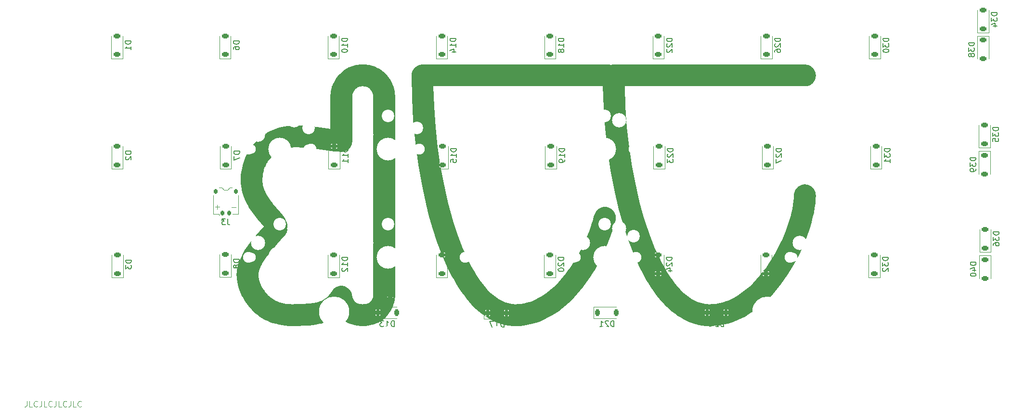
<source format=gbr>
%TF.GenerationSoftware,KiCad,Pcbnew,8.0.9-8.0.9-0~ubuntu22.04.1*%
%TF.CreationDate,2025-10-12T01:46:20+08:00*%
%TF.ProjectId,macropad,6d616372-6f70-4616-942e-6b696361645f,rev?*%
%TF.SameCoordinates,Original*%
%TF.FileFunction,Legend,Bot*%
%TF.FilePolarity,Positive*%
%FSLAX46Y46*%
G04 Gerber Fmt 4.6, Leading zero omitted, Abs format (unit mm)*
G04 Created by KiCad (PCBNEW 8.0.9-8.0.9-0~ubuntu22.04.1) date 2025-10-12 01:46:20*
%MOMM*%
%LPD*%
G01*
G04 APERTURE LIST*
G04 Aperture macros list*
%AMRoundRect*
0 Rectangle with rounded corners*
0 $1 Rounding radius*
0 $2 $3 $4 $5 $6 $7 $8 $9 X,Y pos of 4 corners*
0 Add a 4 corners polygon primitive as box body*
4,1,4,$2,$3,$4,$5,$6,$7,$8,$9,$2,$3,0*
0 Add four circle primitives for the rounded corners*
1,1,$1+$1,$2,$3*
1,1,$1+$1,$4,$5*
1,1,$1+$1,$6,$7*
1,1,$1+$1,$8,$9*
0 Add four rect primitives between the rounded corners*
20,1,$1+$1,$2,$3,$4,$5,0*
20,1,$1+$1,$4,$5,$6,$7,0*
20,1,$1+$1,$6,$7,$8,$9,0*
20,1,$1+$1,$8,$9,$2,$3,0*%
G04 Aperture macros list end*
%ADD10C,0.100000*%
%ADD11C,0.000000*%
%ADD12C,0.150000*%
%ADD13C,0.120000*%
%ADD14R,1.700000X1.700000*%
%ADD15O,1.700000X1.700000*%
%ADD16C,1.900000*%
%ADD17C,1.750000*%
%ADD18C,3.450000*%
%ADD19C,4.000000*%
%ADD20C,2.500000*%
%ADD21C,2.200000*%
%ADD22C,5.300000*%
%ADD23C,0.750000*%
%ADD24C,0.650000*%
%ADD25O,2.100000X1.000000*%
%ADD26O,1.600000X1.000000*%
%ADD27C,0.900000*%
%ADD28RoundRect,0.225000X0.375000X-0.225000X0.375000X0.225000X-0.375000X0.225000X-0.375000X-0.225000X0*%
%ADD29RoundRect,0.225000X-0.375000X0.225000X-0.375000X-0.225000X0.375000X-0.225000X0.375000X0.225000X0*%
%ADD30RoundRect,0.225000X-0.225000X-0.375000X0.225000X-0.375000X0.225000X0.375000X-0.225000X0.375000X0*%
%ADD31RoundRect,0.150000X-0.150000X-0.275000X0.150000X-0.275000X0.150000X0.275000X-0.150000X0.275000X0*%
%ADD32RoundRect,0.175000X-0.175000X-0.225000X0.175000X-0.225000X0.175000X0.225000X-0.175000X0.225000X0*%
G04 APERTURE END LIST*
D10*
X154196115Y-76866466D02*
X153434211Y-76866466D01*
X150891466Y-76453884D02*
X150891466Y-77215789D01*
X151272419Y-76834836D02*
X150510514Y-76834836D01*
D11*
G36*
X182175640Y-92614684D02*
G01*
X182175518Y-92635728D01*
X182175154Y-92656791D01*
X182174554Y-92677867D01*
X182173725Y-92698949D01*
X182171402Y-92741109D01*
X182168232Y-92783221D01*
X180253712Y-92614684D01*
X180427648Y-92630024D01*
X180590716Y-92644416D01*
X180743268Y-92657888D01*
X180885653Y-92670473D01*
X181018223Y-92682199D01*
X181141328Y-92693099D01*
X181255318Y-92703202D01*
X181360544Y-92712538D01*
X181457357Y-92721139D01*
X181546107Y-92729035D01*
X181627144Y-92736257D01*
X181700820Y-92742834D01*
X181767485Y-92748798D01*
X181827489Y-92754178D01*
X181881183Y-92759007D01*
X181928917Y-92763313D01*
X181971043Y-92767128D01*
X182007910Y-92770482D01*
X182039869Y-92773405D01*
X182067271Y-92775929D01*
X182090467Y-92778083D01*
X182100596Y-92779031D01*
X182109806Y-92779899D01*
X182118139Y-92780689D01*
X182125639Y-92781406D01*
X182132351Y-92782053D01*
X182138318Y-92782635D01*
X182143584Y-92783155D01*
X182148192Y-92783617D01*
X182152187Y-92784025D01*
X182155612Y-92784382D01*
X182158512Y-92784693D01*
X182160929Y-92784962D01*
X182162908Y-92785191D01*
X182164493Y-92785385D01*
X182165727Y-92785548D01*
X182166655Y-92785683D01*
X182167319Y-92785795D01*
X182167567Y-92785843D01*
X182167765Y-92785887D01*
X182167919Y-92785926D01*
X182168035Y-92785962D01*
X182168118Y-92785995D01*
X182168174Y-92786026D01*
X182168208Y-92786054D01*
X182168225Y-92786081D01*
X182168231Y-92786107D01*
X182168232Y-92786132D01*
X182168232Y-92787986D01*
X182167172Y-92792483D01*
X182166779Y-92797046D01*
X182166386Y-92802005D01*
X182166109Y-92804633D01*
X182165869Y-92807355D01*
X182165452Y-92813052D01*
X182165038Y-92819046D01*
X182164525Y-92825289D01*
X182162956Y-92838982D01*
X182161088Y-92853865D01*
X182156857Y-92887202D01*
X182151946Y-92925121D01*
X182145944Y-92967703D01*
X182138851Y-93014749D01*
X182130665Y-93066062D01*
X182110453Y-93180766D01*
X182084293Y-93311594D01*
X182068764Y-93382605D01*
X182051488Y-93457107D01*
X182032376Y-93534921D01*
X182011341Y-93615866D01*
X181963451Y-93785630D01*
X181905896Y-93968742D01*
X181837769Y-94163493D01*
X181758160Y-94368175D01*
X181666162Y-94581081D01*
X181615233Y-94690083D01*
X181560866Y-94800500D01*
X181502947Y-94912120D01*
X181441363Y-95024727D01*
X181375999Y-95138108D01*
X181306744Y-95252051D01*
X181145628Y-95495618D01*
X180967532Y-95735564D01*
X180772093Y-95970219D01*
X180558950Y-96197915D01*
X180327741Y-96416984D01*
X180078104Y-96625757D01*
X179809679Y-96822565D01*
X179522104Y-97005741D01*
X179215016Y-97173615D01*
X178888055Y-97324520D01*
X178540858Y-97456786D01*
X178173065Y-97568745D01*
X177784313Y-97658728D01*
X177374241Y-97725068D01*
X176942487Y-97766096D01*
X176488690Y-97780142D01*
X176303864Y-97777850D01*
X176122631Y-97771044D01*
X175944968Y-97759833D01*
X175770849Y-97744326D01*
X175433154Y-97700855D01*
X175109355Y-97641497D01*
X174799262Y-97567118D01*
X174502685Y-97478584D01*
X174219434Y-97376762D01*
X173949317Y-97262519D01*
X173692146Y-97136719D01*
X173447729Y-97000229D01*
X173215877Y-96853917D01*
X172996399Y-96698647D01*
X172789105Y-96535286D01*
X172593804Y-96364700D01*
X172410307Y-96187756D01*
X172238423Y-96005320D01*
X172057320Y-96136115D01*
X171869998Y-96262501D01*
X171676140Y-96384336D01*
X171475430Y-96501476D01*
X171267552Y-96613780D01*
X171052189Y-96721105D01*
X170829025Y-96823307D01*
X170597744Y-96920245D01*
X170285399Y-97038079D01*
X169962386Y-97145662D01*
X169628344Y-97243359D01*
X169282912Y-97331537D01*
X168925729Y-97410560D01*
X168556433Y-97480793D01*
X168174664Y-97542604D01*
X167780060Y-97596356D01*
X166950903Y-97681148D01*
X166066071Y-97738094D01*
X165122675Y-97770118D01*
X164117825Y-97780142D01*
X163499243Y-97764542D01*
X162901726Y-97718602D01*
X162325180Y-97643617D01*
X161769512Y-97540879D01*
X161234627Y-97411682D01*
X160720433Y-97257318D01*
X160226836Y-97079081D01*
X159753742Y-96878265D01*
X159301057Y-96656161D01*
X158868689Y-96414064D01*
X158456542Y-96153267D01*
X158064525Y-95875063D01*
X157692543Y-95580745D01*
X157340502Y-95271606D01*
X157008309Y-94948939D01*
X156695871Y-94614039D01*
X156403093Y-94268197D01*
X156129883Y-93912707D01*
X155876146Y-93548862D01*
X155641790Y-93177955D01*
X155426719Y-92801280D01*
X155230842Y-92420130D01*
X154896291Y-91649577D01*
X154637388Y-90876640D01*
X154453384Y-90111667D01*
X154343531Y-89365002D01*
X154307080Y-88646990D01*
X158150952Y-88646990D01*
X158171931Y-89042035D01*
X158235488Y-89459204D01*
X158342555Y-89891927D01*
X158494065Y-90333634D01*
X158690949Y-90777757D01*
X158934138Y-91217725D01*
X159224565Y-91646971D01*
X159387783Y-91855519D01*
X159563160Y-92058923D01*
X159750813Y-92256362D01*
X159950857Y-92447014D01*
X160163409Y-92630058D01*
X160388586Y-92804673D01*
X160626504Y-92970038D01*
X160877280Y-93125331D01*
X161141029Y-93269732D01*
X161417870Y-93402419D01*
X161707917Y-93522572D01*
X162011287Y-93629368D01*
X162328098Y-93721987D01*
X162658464Y-93799607D01*
X163002504Y-93861408D01*
X163360333Y-93906569D01*
X163732068Y-93934267D01*
X164117825Y-93943682D01*
X164607127Y-93941151D01*
X165068449Y-93933623D01*
X165502822Y-93921199D01*
X165911275Y-93903982D01*
X166294838Y-93882073D01*
X166654542Y-93855572D01*
X166991414Y-93824580D01*
X167306487Y-93789199D01*
X167600788Y-93749530D01*
X167875348Y-93705674D01*
X168131197Y-93657732D01*
X168369364Y-93605806D01*
X168590880Y-93549996D01*
X168796774Y-93490404D01*
X168988075Y-93427131D01*
X169165814Y-93360278D01*
X169309451Y-93299564D01*
X169447366Y-93234629D01*
X169580150Y-93164925D01*
X169708396Y-93089903D01*
X169832692Y-93009012D01*
X169953631Y-92921704D01*
X170071804Y-92827430D01*
X170187801Y-92725641D01*
X170302214Y-92615787D01*
X170415633Y-92497319D01*
X170528650Y-92369688D01*
X170641856Y-92232346D01*
X170755842Y-92084742D01*
X170871198Y-91926327D01*
X170988516Y-91756553D01*
X171108387Y-91574870D01*
X171196293Y-91450023D01*
X171292707Y-91333813D01*
X171397003Y-91226489D01*
X171508554Y-91128298D01*
X171626734Y-91039488D01*
X171750917Y-90960306D01*
X171880476Y-90891001D01*
X172014785Y-90831819D01*
X172153218Y-90783009D01*
X172295149Y-90744818D01*
X172439950Y-90717494D01*
X172586996Y-90701284D01*
X172735660Y-90696436D01*
X172885317Y-90703199D01*
X173035339Y-90721818D01*
X173185101Y-90752543D01*
X173258765Y-90772288D01*
X173331141Y-90794771D01*
X173471816Y-90847697D01*
X173606694Y-90910822D01*
X173735347Y-90983645D01*
X173857345Y-91065666D01*
X173972257Y-91156385D01*
X174079655Y-91255300D01*
X174179107Y-91361913D01*
X174270185Y-91475722D01*
X174352458Y-91596227D01*
X174425497Y-91722927D01*
X174488872Y-91855323D01*
X174542153Y-91992914D01*
X174584911Y-92135200D01*
X174616715Y-92281679D01*
X174628375Y-92356336D01*
X174636233Y-92424076D01*
X174636082Y-92422595D01*
X174638989Y-92442172D01*
X174644730Y-92474629D01*
X174653372Y-92517281D01*
X174658852Y-92542081D01*
X174665142Y-92569011D01*
X174672269Y-92597932D01*
X174680264Y-92628703D01*
X174699412Y-92696357D01*
X174721835Y-92767304D01*
X174747680Y-92840868D01*
X174777097Y-92916372D01*
X174810236Y-92993143D01*
X174828247Y-93031791D01*
X174847244Y-93070502D01*
X174867247Y-93109191D01*
X174888272Y-93147774D01*
X174910340Y-93186167D01*
X174933468Y-93224284D01*
X174972672Y-93284772D01*
X175016334Y-93346504D01*
X175065158Y-93408769D01*
X175119844Y-93470858D01*
X175181094Y-93532059D01*
X175249609Y-93591664D01*
X175326091Y-93648962D01*
X175411241Y-93703243D01*
X175505761Y-93753798D01*
X175610353Y-93799915D01*
X175725718Y-93840886D01*
X175852557Y-93875999D01*
X175991573Y-93904545D01*
X176143465Y-93925815D01*
X176308937Y-93939097D01*
X176488690Y-93943682D01*
X176580371Y-93942521D01*
X176668395Y-93939097D01*
X176752851Y-93933499D01*
X176833826Y-93925815D01*
X176911408Y-93916134D01*
X176985684Y-93904545D01*
X177056742Y-93891137D01*
X177124669Y-93875999D01*
X177189554Y-93859219D01*
X177251483Y-93840886D01*
X177310545Y-93821088D01*
X177366827Y-93799915D01*
X177420416Y-93777455D01*
X177471401Y-93753798D01*
X177519869Y-93729031D01*
X177565908Y-93703243D01*
X177609605Y-93676524D01*
X177651048Y-93648962D01*
X177690324Y-93620646D01*
X177727521Y-93591664D01*
X177762728Y-93562106D01*
X177796031Y-93532059D01*
X177827518Y-93501614D01*
X177857276Y-93470858D01*
X177911959Y-93408769D01*
X177960781Y-93346504D01*
X178004442Y-93284772D01*
X178043644Y-93224284D01*
X178066816Y-93186167D01*
X178088916Y-93147774D01*
X178109964Y-93109191D01*
X178129982Y-93070502D01*
X178148989Y-93031791D01*
X178167005Y-92993143D01*
X178200145Y-92916372D01*
X178229565Y-92840868D01*
X178255424Y-92767304D01*
X178277885Y-92696357D01*
X178297108Y-92628703D01*
X178303244Y-92604717D01*
X178308778Y-92581819D01*
X178313753Y-92560081D01*
X178318213Y-92539573D01*
X178325763Y-92502536D01*
X178331776Y-92471278D01*
X178331776Y-57478598D01*
X178331492Y-57419565D01*
X178330666Y-57364881D01*
X178329341Y-57314363D01*
X178327559Y-57267829D01*
X178325361Y-57225099D01*
X178322790Y-57185990D01*
X178319887Y-57150321D01*
X178316694Y-57117909D01*
X178313252Y-57088573D01*
X178309605Y-57062132D01*
X178305793Y-57038403D01*
X178301859Y-57017206D01*
X178297844Y-56998357D01*
X178293790Y-56981676D01*
X178289739Y-56966980D01*
X178285733Y-56954089D01*
X178266187Y-56896741D01*
X178244835Y-56838227D01*
X178221650Y-56778774D01*
X178196606Y-56718610D01*
X178169676Y-56657962D01*
X178140835Y-56597057D01*
X178110056Y-56536125D01*
X178077312Y-56475391D01*
X178042578Y-56415084D01*
X178005826Y-56355432D01*
X177967032Y-56296661D01*
X177926168Y-56238999D01*
X177883208Y-56182675D01*
X177838126Y-56127915D01*
X177790895Y-56074947D01*
X177741490Y-56023999D01*
X177698318Y-55982910D01*
X177651848Y-55941996D01*
X177601786Y-55901597D01*
X177547836Y-55862058D01*
X177489701Y-55823719D01*
X177427086Y-55786923D01*
X177359695Y-55752012D01*
X177287233Y-55719328D01*
X177209404Y-55689214D01*
X177125911Y-55662011D01*
X177036460Y-55638062D01*
X176940755Y-55617709D01*
X176838500Y-55601295D01*
X176729398Y-55589161D01*
X176613156Y-55581649D01*
X176489476Y-55579102D01*
X176427849Y-55579757D01*
X176368060Y-55581646D01*
X176310074Y-55584726D01*
X176253854Y-55588957D01*
X176199367Y-55594298D01*
X176146577Y-55600707D01*
X176095448Y-55608143D01*
X176045946Y-55616564D01*
X175998035Y-55625930D01*
X175951680Y-55636200D01*
X175906846Y-55647331D01*
X175863499Y-55659283D01*
X175781120Y-55685484D01*
X175704262Y-55714473D01*
X175632645Y-55745920D01*
X175565986Y-55779494D01*
X175504004Y-55814867D01*
X175446418Y-55851707D01*
X175392947Y-55889685D01*
X175343309Y-55928471D01*
X175297222Y-55967734D01*
X175254406Y-56007145D01*
X175205807Y-56055611D01*
X175159213Y-56106085D01*
X175114604Y-56158369D01*
X175071958Y-56212266D01*
X175031252Y-56267577D01*
X174992467Y-56324105D01*
X174955578Y-56381653D01*
X174920566Y-56440023D01*
X174887408Y-56499018D01*
X174856082Y-56558439D01*
X174826568Y-56618090D01*
X174798842Y-56677772D01*
X174772883Y-56737288D01*
X174748671Y-56796441D01*
X174726182Y-56855033D01*
X174705395Y-56912867D01*
X174693851Y-56950567D01*
X174682839Y-56997054D01*
X174672670Y-57053939D01*
X174663655Y-57122833D01*
X174656103Y-57205348D01*
X174650324Y-57303094D01*
X174646629Y-57417682D01*
X174645329Y-57550724D01*
X174645329Y-65203029D01*
X174642817Y-65301096D01*
X174635332Y-65398450D01*
X174622946Y-65494922D01*
X174605733Y-65590341D01*
X174583767Y-65684535D01*
X174557121Y-65777336D01*
X174525870Y-65868571D01*
X174490086Y-65958071D01*
X174449844Y-66045664D01*
X174405217Y-66131181D01*
X174356279Y-66214450D01*
X174303103Y-66295301D01*
X174245763Y-66373564D01*
X174184333Y-66449067D01*
X174118886Y-66521640D01*
X174049496Y-66591113D01*
X173976639Y-66656972D01*
X173900862Y-66718745D01*
X173822342Y-66776368D01*
X173741254Y-66829776D01*
X173657772Y-66878904D01*
X173572071Y-66923689D01*
X173484327Y-66964066D01*
X173394716Y-66999970D01*
X173303411Y-67031337D01*
X173210589Y-67058103D01*
X173116424Y-67080202D01*
X173021091Y-67097571D01*
X172924766Y-67110145D01*
X172827624Y-67117860D01*
X172729840Y-67120651D01*
X172631588Y-67118454D01*
X172104471Y-67084045D01*
X171544198Y-67032038D01*
X170958991Y-66966280D01*
X170357068Y-66890618D01*
X167946614Y-66565845D01*
X167333312Y-66491928D01*
X166737680Y-66428688D01*
X166161613Y-66378117D01*
X165607005Y-66342209D01*
X165075750Y-66322956D01*
X164569745Y-66322351D01*
X164326802Y-66329664D01*
X164090882Y-66342386D01*
X163862221Y-66360767D01*
X163641056Y-66385055D01*
X163377097Y-66424881D01*
X163118690Y-66477065D01*
X162866023Y-66541257D01*
X162619281Y-66617107D01*
X162378648Y-66704266D01*
X162144310Y-66802386D01*
X161916453Y-66911115D01*
X161695261Y-67030105D01*
X161480919Y-67159006D01*
X161273614Y-67297468D01*
X161073530Y-67445144D01*
X160880852Y-67601682D01*
X160695767Y-67766733D01*
X160518458Y-67939948D01*
X160349111Y-68120977D01*
X160187912Y-68309472D01*
X160035046Y-68505082D01*
X159890698Y-68707458D01*
X159755054Y-68916250D01*
X159628298Y-69131110D01*
X159510615Y-69351687D01*
X159402192Y-69577632D01*
X159303214Y-69808596D01*
X159213865Y-70044228D01*
X159134330Y-70284181D01*
X159064796Y-70528104D01*
X159005448Y-70775648D01*
X158956470Y-71026462D01*
X158918048Y-71280199D01*
X158890367Y-71536508D01*
X158873613Y-71795040D01*
X158867970Y-72055445D01*
X158878509Y-72357889D01*
X158909473Y-72656187D01*
X158959877Y-72950547D01*
X159028741Y-73241177D01*
X159115081Y-73528288D01*
X159217915Y-73812086D01*
X159336260Y-74092782D01*
X159469134Y-74370583D01*
X159615554Y-74645698D01*
X159774539Y-74918336D01*
X159945105Y-75188706D01*
X160126269Y-75457016D01*
X160317050Y-75723475D01*
X160516466Y-75988292D01*
X160723532Y-76251675D01*
X160937268Y-76513833D01*
X161126784Y-76739292D01*
X161332701Y-76979883D01*
X161767073Y-77484918D01*
X161982196Y-77738593D01*
X162187057Y-77985860D01*
X162374989Y-78221335D01*
X162539326Y-78439631D01*
X162622048Y-78556422D01*
X162710018Y-78687165D01*
X162800475Y-78831030D01*
X162890656Y-78987186D01*
X162934780Y-79069613D01*
X162977799Y-79154801D01*
X163019367Y-79242647D01*
X163059140Y-79333046D01*
X163096773Y-79425894D01*
X163131919Y-79521088D01*
X163164233Y-79618523D01*
X163193371Y-79718096D01*
X163223689Y-79840938D01*
X163248734Y-79968880D01*
X163267871Y-80101360D01*
X163280467Y-80237817D01*
X163285886Y-80377689D01*
X163283494Y-80520415D01*
X163272657Y-80665433D01*
X163252740Y-80812181D01*
X163223109Y-80960099D01*
X163183130Y-81108624D01*
X163132167Y-81257194D01*
X163069587Y-81405249D01*
X162994755Y-81552226D01*
X162907037Y-81697565D01*
X162805798Y-81840702D01*
X162749910Y-81911271D01*
X162690403Y-81981078D01*
X161486647Y-83288979D01*
X161110713Y-83708724D01*
X160718021Y-84162452D01*
X160315190Y-84648599D01*
X159908841Y-85165602D01*
X159714549Y-85424451D01*
X159527327Y-85683070D01*
X159348019Y-85940858D01*
X159177466Y-86197213D01*
X159016513Y-86451535D01*
X158866002Y-86703221D01*
X158726778Y-86951670D01*
X158599682Y-87196280D01*
X158539838Y-87319266D01*
X158484925Y-87437902D01*
X158434794Y-87552195D01*
X158389297Y-87662157D01*
X158348287Y-87767794D01*
X158311616Y-87869117D01*
X158279135Y-87966134D01*
X158250697Y-88058854D01*
X158226153Y-88147286D01*
X158205355Y-88231439D01*
X158188155Y-88311321D01*
X158174406Y-88386942D01*
X158163959Y-88458311D01*
X158156667Y-88525436D01*
X158152380Y-88588326D01*
X158150952Y-88646990D01*
X154307080Y-88646990D01*
X154311595Y-88433631D01*
X154324825Y-88221510D01*
X154346292Y-88010819D01*
X154375520Y-87801747D01*
X154412033Y-87594486D01*
X154455355Y-87389226D01*
X154505008Y-87186159D01*
X154560518Y-86985474D01*
X154621407Y-86787362D01*
X154687199Y-86592015D01*
X154757418Y-86399623D01*
X154831588Y-86210376D01*
X154909232Y-86024465D01*
X154989874Y-85842081D01*
X155158246Y-85488658D01*
X155340871Y-85137048D01*
X155535338Y-84789630D01*
X155739870Y-84447271D01*
X155952690Y-84110841D01*
X156172020Y-83781208D01*
X156396086Y-83459239D01*
X156623110Y-83145802D01*
X156851315Y-82841767D01*
X157140665Y-82470250D01*
X157434270Y-82106759D01*
X157728297Y-81753941D01*
X158018915Y-81414440D01*
X158302290Y-81090901D01*
X158574590Y-80785968D01*
X159070637Y-80242501D01*
X158602556Y-79698517D01*
X158311946Y-79359429D01*
X157975521Y-78958478D01*
X157494256Y-78359752D01*
X156993542Y-77682194D01*
X156743946Y-77314379D01*
X156499152Y-76927485D01*
X156262383Y-76521723D01*
X156036859Y-76097304D01*
X155825802Y-75654436D01*
X155632435Y-75193329D01*
X155459977Y-74714195D01*
X155311651Y-74217242D01*
X155190679Y-73702681D01*
X155100282Y-73170721D01*
X155043681Y-72621572D01*
X155024098Y-72055445D01*
X155033123Y-71640559D01*
X155060059Y-71226430D01*
X155104697Y-70813749D01*
X155166828Y-70403205D01*
X155246244Y-69995490D01*
X155342734Y-69591293D01*
X155456092Y-69191304D01*
X155586106Y-68796214D01*
X155732570Y-68406714D01*
X155895273Y-68023494D01*
X156074007Y-67647243D01*
X156268562Y-67278652D01*
X156478731Y-66918413D01*
X156704304Y-66567214D01*
X156945072Y-66225746D01*
X157200826Y-65894699D01*
X157471358Y-65574765D01*
X157756458Y-65266632D01*
X158055918Y-64970992D01*
X158369528Y-64688535D01*
X158697080Y-64419951D01*
X159038365Y-64165930D01*
X159393174Y-63927163D01*
X159761298Y-63704340D01*
X160142529Y-63498151D01*
X160536656Y-63309287D01*
X160943472Y-63138437D01*
X161362767Y-62986293D01*
X161794333Y-62853544D01*
X162237961Y-62740882D01*
X162693441Y-62648995D01*
X163160565Y-62578575D01*
X163479504Y-62543336D01*
X163803130Y-62516807D01*
X164130736Y-62498451D01*
X164461616Y-62487730D01*
X165130365Y-62487050D01*
X165803719Y-62510474D01*
X166476018Y-62553708D01*
X167141605Y-62612459D01*
X167794820Y-62682434D01*
X168430005Y-62759338D01*
X169067135Y-62842274D01*
X169674375Y-62924626D01*
X170801472Y-63078743D01*
X170801472Y-57550724D01*
X170802902Y-57362361D01*
X170808797Y-57155565D01*
X170821563Y-56932675D01*
X170843605Y-56696031D01*
X170858857Y-56573282D01*
X170877331Y-56447973D01*
X170899327Y-56320395D01*
X170925146Y-56190841D01*
X170955088Y-56059603D01*
X170989455Y-55926975D01*
X171028548Y-55793248D01*
X171072667Y-55658715D01*
X171166075Y-55405802D01*
X171282568Y-55127576D01*
X171350204Y-54980689D01*
X171424492Y-54829537D01*
X171505724Y-54674807D01*
X171594194Y-54517187D01*
X171690195Y-54357365D01*
X171794021Y-54196028D01*
X171905966Y-54033864D01*
X172026322Y-53871560D01*
X172155383Y-53709805D01*
X172293442Y-53549285D01*
X172440793Y-53390688D01*
X172597729Y-53234703D01*
X172772505Y-53075102D01*
X172956237Y-52921740D01*
X173148959Y-52775176D01*
X173350705Y-52635969D01*
X173561508Y-52504678D01*
X173781402Y-52381860D01*
X174010418Y-52268076D01*
X174248592Y-52163882D01*
X174495956Y-52069838D01*
X174752543Y-51986502D01*
X175018387Y-51914434D01*
X175293522Y-51854190D01*
X175577980Y-51806331D01*
X175871795Y-51771415D01*
X176175000Y-51750000D01*
X176487629Y-51742645D01*
X176808633Y-51750127D01*
X177119609Y-51772431D01*
X177420600Y-51808940D01*
X177711648Y-51859041D01*
X177992796Y-51922118D01*
X178264086Y-51997556D01*
X178525562Y-52084740D01*
X178777265Y-52183056D01*
X179019239Y-52291888D01*
X179251526Y-52410622D01*
X179474169Y-52538643D01*
X179687210Y-52675335D01*
X179890692Y-52820084D01*
X180084658Y-52972275D01*
X180269150Y-53131293D01*
X180444210Y-53296523D01*
X180600655Y-53457349D01*
X180747241Y-53620644D01*
X180884278Y-53785677D01*
X181012079Y-53951718D01*
X181130953Y-54118038D01*
X181241211Y-54283905D01*
X181343164Y-54448590D01*
X181437124Y-54611362D01*
X181523400Y-54771491D01*
X181602304Y-54928248D01*
X181674146Y-55080901D01*
X181739238Y-55228721D01*
X181797890Y-55370977D01*
X181850412Y-55506939D01*
X181938313Y-55757061D01*
X181976645Y-55880101D01*
X182010650Y-56002224D01*
X182040584Y-56123184D01*
X182066702Y-56242738D01*
X182089261Y-56360639D01*
X182108516Y-56476644D01*
X182124723Y-56590508D01*
X182138138Y-56701987D01*
X182157615Y-56916811D01*
X182168994Y-57119158D01*
X182174320Y-57307073D01*
X182175640Y-57478598D01*
X182175640Y-92614684D01*
G37*
G36*
X219716179Y-51743758D02*
G01*
X219777689Y-51747030D01*
X219838646Y-51752360D01*
X219899037Y-51759647D01*
X219958844Y-51768789D01*
X220018053Y-51779686D01*
X220076648Y-51792235D01*
X220134614Y-51806336D01*
X220192656Y-51792235D01*
X220251287Y-51779686D01*
X220310501Y-51768789D01*
X220370293Y-51759647D01*
X220430654Y-51752360D01*
X220491581Y-51747030D01*
X220553065Y-51743758D01*
X220615101Y-51742645D01*
X254249685Y-51742645D01*
X254348589Y-51745141D01*
X254446196Y-51752548D01*
X254542383Y-51764747D01*
X254637030Y-51781616D01*
X254730016Y-51803035D01*
X254821221Y-51828884D01*
X254910524Y-51859042D01*
X254997804Y-51893389D01*
X255082940Y-51931803D01*
X255165812Y-51974165D01*
X255246298Y-52020353D01*
X255324278Y-52070248D01*
X255399632Y-52123729D01*
X255472238Y-52180675D01*
X255541976Y-52240966D01*
X255608725Y-52304481D01*
X255672364Y-52371100D01*
X255732773Y-52440702D01*
X255789830Y-52513167D01*
X255843415Y-52588374D01*
X255893407Y-52666202D01*
X255939686Y-52746532D01*
X255982130Y-52829242D01*
X256020620Y-52914212D01*
X256055033Y-53001322D01*
X256085250Y-53090451D01*
X256111149Y-53181478D01*
X256132610Y-53274283D01*
X256149513Y-53368746D01*
X256161735Y-53464746D01*
X256169157Y-53562161D01*
X256171658Y-53660873D01*
X256169157Y-53759586D01*
X256161735Y-53857002D01*
X256149513Y-53953003D01*
X256132610Y-54047466D01*
X256111149Y-54140272D01*
X256085250Y-54231299D01*
X256055033Y-54320428D01*
X256020620Y-54407538D01*
X255982131Y-54492509D01*
X255939686Y-54575219D01*
X255893408Y-54655549D01*
X255843415Y-54733377D01*
X255789830Y-54808584D01*
X255732773Y-54881049D01*
X255672364Y-54950651D01*
X255608725Y-55017269D01*
X255541976Y-55080784D01*
X255472238Y-55141075D01*
X255399632Y-55198021D01*
X255324278Y-55251501D01*
X255246298Y-55301396D01*
X255165812Y-55347584D01*
X255082940Y-55389946D01*
X254997804Y-55428360D01*
X254910524Y-55462706D01*
X254821221Y-55492863D01*
X254730016Y-55518712D01*
X254637030Y-55540131D01*
X254542383Y-55557000D01*
X254446196Y-55569199D01*
X254348589Y-55576606D01*
X254249685Y-55579102D01*
X222556878Y-55579102D01*
X222694657Y-59211016D01*
X222962302Y-62799420D01*
X223355284Y-66319137D01*
X223869078Y-69744990D01*
X224169864Y-71414849D01*
X224499156Y-73051801D01*
X224856387Y-74652698D01*
X225240992Y-76214393D01*
X225652404Y-77733740D01*
X226090058Y-79207590D01*
X226553388Y-80632798D01*
X227041829Y-82006215D01*
X227312134Y-82715777D01*
X227588351Y-83406868D01*
X227870321Y-84079168D01*
X228157884Y-84732356D01*
X228450878Y-85366114D01*
X228749144Y-85980120D01*
X229052522Y-86574054D01*
X229360852Y-87147596D01*
X229673973Y-87700427D01*
X229991724Y-88232225D01*
X230313947Y-88742672D01*
X230640481Y-89231446D01*
X230971165Y-89698227D01*
X231305840Y-90142696D01*
X231644344Y-90564532D01*
X231986519Y-90963416D01*
X232329317Y-91336109D01*
X232672087Y-91682477D01*
X233014764Y-92002834D01*
X233357287Y-92297495D01*
X233699590Y-92566775D01*
X234041613Y-92810988D01*
X234383290Y-93030448D01*
X234724558Y-93225472D01*
X235065355Y-93396372D01*
X235405617Y-93543466D01*
X235745281Y-93667065D01*
X236084283Y-93767487D01*
X236422561Y-93845044D01*
X236760050Y-93900053D01*
X237096688Y-93932827D01*
X237432412Y-93943682D01*
X237812009Y-93934924D01*
X238189405Y-93908859D01*
X238564503Y-93865801D01*
X238937209Y-93806062D01*
X239307428Y-93729957D01*
X239675065Y-93637799D01*
X240040027Y-93529902D01*
X240402218Y-93406579D01*
X240761543Y-93268143D01*
X241117909Y-93114909D01*
X241821380Y-92765299D01*
X242511874Y-92360257D01*
X243188633Y-91902291D01*
X243850901Y-91393909D01*
X244497919Y-90837620D01*
X245128929Y-90235932D01*
X245743175Y-89591354D01*
X246339898Y-88906393D01*
X246918341Y-88183559D01*
X247477747Y-87425359D01*
X248017358Y-86634303D01*
X248528091Y-85826074D01*
X249008042Y-85007067D01*
X249456912Y-84181482D01*
X249874403Y-83353518D01*
X250260215Y-82527377D01*
X250614048Y-81707259D01*
X250935603Y-80897363D01*
X251224581Y-80101891D01*
X251480683Y-79325043D01*
X251703609Y-78571018D01*
X251893060Y-77844018D01*
X252048737Y-77148243D01*
X252170339Y-76487892D01*
X252257569Y-75867167D01*
X252310126Y-75290267D01*
X252327712Y-74761393D01*
X252330213Y-74662681D01*
X252337635Y-74565264D01*
X252349858Y-74469264D01*
X252366760Y-74374801D01*
X252388221Y-74281995D01*
X252414121Y-74190967D01*
X252444338Y-74101838D01*
X252478751Y-74014728D01*
X252517241Y-73929757D01*
X252559685Y-73847047D01*
X252605964Y-73766717D01*
X252655957Y-73688889D01*
X252709542Y-73613682D01*
X252766600Y-73541217D01*
X252827009Y-73471615D01*
X252890648Y-73404997D01*
X252957397Y-73341482D01*
X253027135Y-73281191D01*
X253099741Y-73224245D01*
X253175095Y-73170764D01*
X253253076Y-73120870D01*
X253333562Y-73074681D01*
X253416434Y-73032320D01*
X253501570Y-72993906D01*
X253588849Y-72959560D01*
X253678152Y-72929402D01*
X253769357Y-72903554D01*
X253862343Y-72882134D01*
X253956989Y-72865265D01*
X254053176Y-72853067D01*
X254150781Y-72845659D01*
X254249685Y-72843163D01*
X254348589Y-72845659D01*
X254446196Y-72853067D01*
X254542383Y-72865265D01*
X254637030Y-72882134D01*
X254730016Y-72903554D01*
X254821221Y-72929402D01*
X254910524Y-72959560D01*
X254997804Y-72993906D01*
X255082940Y-73032320D01*
X255165812Y-73074681D01*
X255246298Y-73120870D01*
X255324278Y-73170764D01*
X255399632Y-73224245D01*
X255472238Y-73281191D01*
X255541976Y-73341482D01*
X255608725Y-73404997D01*
X255672364Y-73471615D01*
X255732773Y-73541217D01*
X255789830Y-73613682D01*
X255843415Y-73688889D01*
X255893408Y-73766717D01*
X255939686Y-73847047D01*
X255982131Y-73929757D01*
X256020620Y-74014728D01*
X256055033Y-74101838D01*
X256085250Y-74190967D01*
X256111149Y-74281995D01*
X256132610Y-74374801D01*
X256149513Y-74469264D01*
X256161735Y-74565264D01*
X256169157Y-74662681D01*
X256171658Y-74761393D01*
X256150033Y-75467442D01*
X256085779Y-76215886D01*
X255979829Y-77002422D01*
X255833116Y-77822750D01*
X255646572Y-78672570D01*
X255421130Y-79547580D01*
X255157723Y-80443479D01*
X254857284Y-81355967D01*
X254520745Y-82280743D01*
X254149039Y-83213505D01*
X253743098Y-84149953D01*
X253303855Y-85085786D01*
X252832244Y-86016703D01*
X252329196Y-86938403D01*
X251795645Y-87846585D01*
X251232522Y-88736949D01*
X250639137Y-89607342D01*
X250007654Y-90465003D01*
X249338548Y-91303940D01*
X248632293Y-92118162D01*
X247889366Y-92901678D01*
X247110238Y-93648495D01*
X246295387Y-94352623D01*
X245445285Y-95008070D01*
X244560407Y-95608844D01*
X243641229Y-96148954D01*
X242688224Y-96622408D01*
X241701867Y-97023215D01*
X241196330Y-97194504D01*
X240682633Y-97345384D01*
X240160835Y-97475106D01*
X239630996Y-97582922D01*
X239093175Y-97668082D01*
X238547431Y-97729839D01*
X237993823Y-97767442D01*
X237432412Y-97780142D01*
X236827137Y-97760249D01*
X236232778Y-97701421D01*
X235649425Y-97604941D01*
X235077171Y-97472089D01*
X234516107Y-97304146D01*
X233966326Y-97102393D01*
X233427920Y-96868111D01*
X232900980Y-96602581D01*
X232385598Y-96307084D01*
X231881867Y-95982900D01*
X231389878Y-95631311D01*
X230909723Y-95253598D01*
X230441494Y-94851042D01*
X229985283Y-94424923D01*
X229541183Y-93976522D01*
X229109284Y-93507121D01*
X228689073Y-93017541D01*
X228277650Y-92505504D01*
X227875012Y-91971657D01*
X227481153Y-91416649D01*
X227096069Y-90841127D01*
X226719754Y-90245739D01*
X226352205Y-89631135D01*
X225993417Y-88997960D01*
X225643385Y-88346865D01*
X225302104Y-87678496D01*
X224645779Y-86292529D01*
X224024403Y-84845246D01*
X223437939Y-83341830D01*
X222915919Y-81874377D01*
X222422019Y-80356020D01*
X221520376Y-77179628D01*
X220736612Y-73838727D01*
X220074325Y-70359388D01*
X219537115Y-66767684D01*
X219128584Y-63089687D01*
X218852329Y-59351469D01*
X218711953Y-55579102D01*
X188921460Y-55579102D01*
X189055327Y-59213103D01*
X189315480Y-62803629D01*
X189697512Y-66325490D01*
X190197013Y-69753496D01*
X190809573Y-73062455D01*
X191156873Y-74664420D01*
X191530785Y-76227177D01*
X191930757Y-77747577D01*
X192356239Y-79222471D01*
X192806678Y-80648710D01*
X193281525Y-82023146D01*
X193544348Y-82733369D01*
X193812905Y-83425055D01*
X194087037Y-84097884D01*
X194366586Y-84751538D01*
X194651396Y-85385699D01*
X194941309Y-86000048D01*
X195236165Y-86594266D01*
X195535809Y-87168035D01*
X195840082Y-87721037D01*
X196148826Y-88252952D01*
X196461884Y-88763462D01*
X196779098Y-89252249D01*
X197100310Y-89718994D01*
X197425362Y-90163378D01*
X197754097Y-90585083D01*
X198086358Y-90983790D01*
X198419504Y-91356647D01*
X198752147Y-91702660D01*
X199084217Y-92022212D01*
X199415645Y-92315690D01*
X199746362Y-92583478D01*
X200076297Y-92825961D01*
X200405383Y-93043524D01*
X200733548Y-93236551D01*
X201060724Y-93405428D01*
X201386842Y-93550540D01*
X201711832Y-93672270D01*
X202035624Y-93771005D01*
X202358150Y-93847129D01*
X202679340Y-93901026D01*
X202999124Y-93933082D01*
X203317433Y-93943682D01*
X203828211Y-93926786D01*
X204335190Y-93876549D01*
X204838179Y-93793652D01*
X205336988Y-93678773D01*
X205831426Y-93532592D01*
X206321304Y-93355789D01*
X206806431Y-93149043D01*
X207286616Y-92913033D01*
X207761670Y-92648438D01*
X208231402Y-92355939D01*
X208695623Y-92036214D01*
X209154140Y-91689943D01*
X209606765Y-91317805D01*
X210053307Y-90920480D01*
X210493575Y-90498647D01*
X210927380Y-90052985D01*
X211351272Y-89587592D01*
X211764224Y-89104559D01*
X212165964Y-88605274D01*
X212556218Y-88091128D01*
X212934713Y-87563512D01*
X213301176Y-87023816D01*
X213655333Y-86473430D01*
X213996911Y-85913744D01*
X214325638Y-85346148D01*
X214641240Y-84772033D01*
X214943442Y-84192789D01*
X215231974Y-83609806D01*
X215506560Y-83024474D01*
X215766928Y-82438184D01*
X216012804Y-81852326D01*
X216243916Y-81268290D01*
X216391906Y-80874372D01*
X216532430Y-80483702D01*
X216665437Y-80096753D01*
X216790879Y-79713996D01*
X216908706Y-79335902D01*
X217018868Y-78962943D01*
X217121316Y-78595589D01*
X217216000Y-78234313D01*
X217242707Y-78139246D01*
X217273866Y-78046639D01*
X217309329Y-77956577D01*
X217348950Y-77869150D01*
X217392583Y-77784443D01*
X217440081Y-77702545D01*
X217491296Y-77623544D01*
X217546083Y-77547525D01*
X217604294Y-77474578D01*
X217665784Y-77404788D01*
X217730404Y-77338245D01*
X217798009Y-77275034D01*
X217868452Y-77215244D01*
X217941586Y-77158962D01*
X218017265Y-77106276D01*
X218095341Y-77057272D01*
X218175668Y-77012038D01*
X218258099Y-76970662D01*
X218342488Y-76933232D01*
X218428689Y-76899833D01*
X218516553Y-76870555D01*
X218605935Y-76845484D01*
X218696688Y-76824707D01*
X218788665Y-76808313D01*
X218881719Y-76796389D01*
X218975704Y-76789021D01*
X219070473Y-76786298D01*
X219165880Y-76788307D01*
X219261777Y-76795135D01*
X219358018Y-76806870D01*
X219454457Y-76823599D01*
X219550946Y-76845410D01*
X219646184Y-76872061D01*
X219738960Y-76903156D01*
X219829186Y-76938548D01*
X219916774Y-76978091D01*
X220001637Y-77021638D01*
X220083686Y-77069043D01*
X220162835Y-77120159D01*
X220238996Y-77174840D01*
X220312081Y-77232940D01*
X220382002Y-77294310D01*
X220448673Y-77358807D01*
X220512005Y-77426282D01*
X220571911Y-77496589D01*
X220628303Y-77569582D01*
X220681094Y-77645114D01*
X220730196Y-77723039D01*
X220775521Y-77803210D01*
X220816982Y-77885480D01*
X220854491Y-77969704D01*
X220887962Y-78055735D01*
X220917305Y-78143426D01*
X220942434Y-78232631D01*
X220963260Y-78323202D01*
X220979697Y-78414995D01*
X220991657Y-78507862D01*
X220999052Y-78601656D01*
X221001794Y-78696232D01*
X220999797Y-78791442D01*
X220992971Y-78887140D01*
X220981231Y-78983181D01*
X220964488Y-79079416D01*
X220942654Y-79175700D01*
X220832748Y-79594803D01*
X220714434Y-80018936D01*
X220587810Y-80447595D01*
X220452976Y-80880279D01*
X220310031Y-81316485D01*
X220159074Y-81755711D01*
X220000204Y-82197455D01*
X219833519Y-82641213D01*
X219576801Y-83290191D01*
X219302738Y-83943738D01*
X219011482Y-84600256D01*
X218703183Y-85258150D01*
X218377990Y-85915824D01*
X218036053Y-86571681D01*
X217677523Y-87224126D01*
X217302549Y-87871563D01*
X216911282Y-88512396D01*
X216503871Y-89145028D01*
X216080467Y-89767864D01*
X215641219Y-90379308D01*
X215186277Y-90977762D01*
X214715792Y-91561633D01*
X214229913Y-92129323D01*
X213728791Y-92679236D01*
X213211763Y-93210389D01*
X212675840Y-93723998D01*
X212121252Y-94217755D01*
X211548227Y-94689353D01*
X210956996Y-95136484D01*
X210347788Y-95556840D01*
X209720832Y-95948115D01*
X209076358Y-96308000D01*
X208414595Y-96634188D01*
X207735772Y-96924371D01*
X207040119Y-97176242D01*
X206327865Y-97387492D01*
X205599240Y-97555815D01*
X204854474Y-97678903D01*
X204093795Y-97754448D01*
X203317433Y-97780142D01*
X203018120Y-97775076D01*
X202721601Y-97759991D01*
X202427885Y-97735054D01*
X202136983Y-97700437D01*
X201563658Y-97602832D01*
X201001703Y-97468529D01*
X200451194Y-97298879D01*
X199912211Y-97095234D01*
X199384829Y-96858947D01*
X198869128Y-96591368D01*
X198365184Y-96293850D01*
X197873075Y-95967745D01*
X197392879Y-95614404D01*
X196924672Y-95235179D01*
X196468534Y-94831423D01*
X196024540Y-94404487D01*
X195592769Y-93955723D01*
X195173298Y-93486483D01*
X194764940Y-92996779D01*
X194365164Y-92484667D01*
X193973962Y-91950795D01*
X193591329Y-91395811D01*
X193217255Y-90820364D01*
X192851736Y-90225100D01*
X192494763Y-89610669D01*
X192146330Y-88977718D01*
X191806430Y-88326896D01*
X191475056Y-87658849D01*
X190837857Y-86273677D01*
X190234678Y-84827386D01*
X189665463Y-83325160D01*
X189127476Y-81763901D01*
X188620356Y-80145331D01*
X188144632Y-78473365D01*
X187700835Y-76751920D01*
X186911141Y-73176260D01*
X186255517Y-69449685D01*
X185738204Y-65603525D01*
X185363443Y-61669115D01*
X185135476Y-57677787D01*
X185058545Y-53660873D01*
X185061046Y-53562161D01*
X185068470Y-53464746D01*
X185080695Y-53368746D01*
X185097601Y-53274283D01*
X185119066Y-53181478D01*
X185144971Y-53090451D01*
X185175193Y-53001322D01*
X185209613Y-52914212D01*
X185248109Y-52829242D01*
X185290562Y-52746532D01*
X185336848Y-52666202D01*
X185386849Y-52588374D01*
X185440444Y-52513167D01*
X185497510Y-52440702D01*
X185557928Y-52371100D01*
X185621577Y-52304481D01*
X185688335Y-52240966D01*
X185758083Y-52180675D01*
X185830699Y-52123729D01*
X185906062Y-52070248D01*
X185984052Y-52020353D01*
X186064548Y-51974165D01*
X186147429Y-51931803D01*
X186232573Y-51893389D01*
X186319861Y-51859042D01*
X186409172Y-51828884D01*
X186500384Y-51803035D01*
X186593377Y-51781616D01*
X186688030Y-51764747D01*
X186784222Y-51752548D01*
X186881832Y-51745141D01*
X186980740Y-51742645D01*
X219654133Y-51742645D01*
X219716179Y-51743758D01*
G37*
D10*
X117414598Y-110997419D02*
X117414598Y-111711704D01*
X117414598Y-111711704D02*
X117366979Y-111854561D01*
X117366979Y-111854561D02*
X117271741Y-111949800D01*
X117271741Y-111949800D02*
X117128884Y-111997419D01*
X117128884Y-111997419D02*
X117033646Y-111997419D01*
X118366979Y-111997419D02*
X117890789Y-111997419D01*
X117890789Y-111997419D02*
X117890789Y-110997419D01*
X119271741Y-111902180D02*
X119224122Y-111949800D01*
X119224122Y-111949800D02*
X119081265Y-111997419D01*
X119081265Y-111997419D02*
X118986027Y-111997419D01*
X118986027Y-111997419D02*
X118843170Y-111949800D01*
X118843170Y-111949800D02*
X118747932Y-111854561D01*
X118747932Y-111854561D02*
X118700313Y-111759323D01*
X118700313Y-111759323D02*
X118652694Y-111568847D01*
X118652694Y-111568847D02*
X118652694Y-111425990D01*
X118652694Y-111425990D02*
X118700313Y-111235514D01*
X118700313Y-111235514D02*
X118747932Y-111140276D01*
X118747932Y-111140276D02*
X118843170Y-111045038D01*
X118843170Y-111045038D02*
X118986027Y-110997419D01*
X118986027Y-110997419D02*
X119081265Y-110997419D01*
X119081265Y-110997419D02*
X119224122Y-111045038D01*
X119224122Y-111045038D02*
X119271741Y-111092657D01*
X119986027Y-110997419D02*
X119986027Y-111711704D01*
X119986027Y-111711704D02*
X119938408Y-111854561D01*
X119938408Y-111854561D02*
X119843170Y-111949800D01*
X119843170Y-111949800D02*
X119700313Y-111997419D01*
X119700313Y-111997419D02*
X119605075Y-111997419D01*
X120938408Y-111997419D02*
X120462218Y-111997419D01*
X120462218Y-111997419D02*
X120462218Y-110997419D01*
X121843170Y-111902180D02*
X121795551Y-111949800D01*
X121795551Y-111949800D02*
X121652694Y-111997419D01*
X121652694Y-111997419D02*
X121557456Y-111997419D01*
X121557456Y-111997419D02*
X121414599Y-111949800D01*
X121414599Y-111949800D02*
X121319361Y-111854561D01*
X121319361Y-111854561D02*
X121271742Y-111759323D01*
X121271742Y-111759323D02*
X121224123Y-111568847D01*
X121224123Y-111568847D02*
X121224123Y-111425990D01*
X121224123Y-111425990D02*
X121271742Y-111235514D01*
X121271742Y-111235514D02*
X121319361Y-111140276D01*
X121319361Y-111140276D02*
X121414599Y-111045038D01*
X121414599Y-111045038D02*
X121557456Y-110997419D01*
X121557456Y-110997419D02*
X121652694Y-110997419D01*
X121652694Y-110997419D02*
X121795551Y-111045038D01*
X121795551Y-111045038D02*
X121843170Y-111092657D01*
X122557456Y-110997419D02*
X122557456Y-111711704D01*
X122557456Y-111711704D02*
X122509837Y-111854561D01*
X122509837Y-111854561D02*
X122414599Y-111949800D01*
X122414599Y-111949800D02*
X122271742Y-111997419D01*
X122271742Y-111997419D02*
X122176504Y-111997419D01*
X123509837Y-111997419D02*
X123033647Y-111997419D01*
X123033647Y-111997419D02*
X123033647Y-110997419D01*
X124414599Y-111902180D02*
X124366980Y-111949800D01*
X124366980Y-111949800D02*
X124224123Y-111997419D01*
X124224123Y-111997419D02*
X124128885Y-111997419D01*
X124128885Y-111997419D02*
X123986028Y-111949800D01*
X123986028Y-111949800D02*
X123890790Y-111854561D01*
X123890790Y-111854561D02*
X123843171Y-111759323D01*
X123843171Y-111759323D02*
X123795552Y-111568847D01*
X123795552Y-111568847D02*
X123795552Y-111425990D01*
X123795552Y-111425990D02*
X123843171Y-111235514D01*
X123843171Y-111235514D02*
X123890790Y-111140276D01*
X123890790Y-111140276D02*
X123986028Y-111045038D01*
X123986028Y-111045038D02*
X124128885Y-110997419D01*
X124128885Y-110997419D02*
X124224123Y-110997419D01*
X124224123Y-110997419D02*
X124366980Y-111045038D01*
X124366980Y-111045038D02*
X124414599Y-111092657D01*
X125128885Y-110997419D02*
X125128885Y-111711704D01*
X125128885Y-111711704D02*
X125081266Y-111854561D01*
X125081266Y-111854561D02*
X124986028Y-111949800D01*
X124986028Y-111949800D02*
X124843171Y-111997419D01*
X124843171Y-111997419D02*
X124747933Y-111997419D01*
X126081266Y-111997419D02*
X125605076Y-111997419D01*
X125605076Y-111997419D02*
X125605076Y-110997419D01*
X126986028Y-111902180D02*
X126938409Y-111949800D01*
X126938409Y-111949800D02*
X126795552Y-111997419D01*
X126795552Y-111997419D02*
X126700314Y-111997419D01*
X126700314Y-111997419D02*
X126557457Y-111949800D01*
X126557457Y-111949800D02*
X126462219Y-111854561D01*
X126462219Y-111854561D02*
X126414600Y-111759323D01*
X126414600Y-111759323D02*
X126366981Y-111568847D01*
X126366981Y-111568847D02*
X126366981Y-111425990D01*
X126366981Y-111425990D02*
X126414600Y-111235514D01*
X126414600Y-111235514D02*
X126462219Y-111140276D01*
X126462219Y-111140276D02*
X126557457Y-111045038D01*
X126557457Y-111045038D02*
X126700314Y-110997419D01*
X126700314Y-110997419D02*
X126795552Y-110997419D01*
X126795552Y-110997419D02*
X126938409Y-111045038D01*
X126938409Y-111045038D02*
X126986028Y-111092657D01*
D12*
X231076244Y-66535714D02*
X230076244Y-66535714D01*
X230076244Y-66535714D02*
X230076244Y-66773809D01*
X230076244Y-66773809D02*
X230123863Y-66916666D01*
X230123863Y-66916666D02*
X230219101Y-67011904D01*
X230219101Y-67011904D02*
X230314339Y-67059523D01*
X230314339Y-67059523D02*
X230504815Y-67107142D01*
X230504815Y-67107142D02*
X230647672Y-67107142D01*
X230647672Y-67107142D02*
X230838148Y-67059523D01*
X230838148Y-67059523D02*
X230933386Y-67011904D01*
X230933386Y-67011904D02*
X231028625Y-66916666D01*
X231028625Y-66916666D02*
X231076244Y-66773809D01*
X231076244Y-66773809D02*
X231076244Y-66535714D01*
X230171482Y-67488095D02*
X230123863Y-67535714D01*
X230123863Y-67535714D02*
X230076244Y-67630952D01*
X230076244Y-67630952D02*
X230076244Y-67869047D01*
X230076244Y-67869047D02*
X230123863Y-67964285D01*
X230123863Y-67964285D02*
X230171482Y-68011904D01*
X230171482Y-68011904D02*
X230266720Y-68059523D01*
X230266720Y-68059523D02*
X230361958Y-68059523D01*
X230361958Y-68059523D02*
X230504815Y-68011904D01*
X230504815Y-68011904D02*
X231076244Y-67440476D01*
X231076244Y-67440476D02*
X231076244Y-68059523D01*
X230076244Y-68392857D02*
X230076244Y-69011904D01*
X230076244Y-69011904D02*
X230457196Y-68678571D01*
X230457196Y-68678571D02*
X230457196Y-68821428D01*
X230457196Y-68821428D02*
X230504815Y-68916666D01*
X230504815Y-68916666D02*
X230552434Y-68964285D01*
X230552434Y-68964285D02*
X230647672Y-69011904D01*
X230647672Y-69011904D02*
X230885767Y-69011904D01*
X230885767Y-69011904D02*
X230981005Y-68964285D01*
X230981005Y-68964285D02*
X231028625Y-68916666D01*
X231028625Y-68916666D02*
X231076244Y-68821428D01*
X231076244Y-68821428D02*
X231076244Y-68535714D01*
X231076244Y-68535714D02*
X231028625Y-68440476D01*
X231028625Y-68440476D02*
X230981005Y-68392857D01*
X284304819Y-68135714D02*
X283304819Y-68135714D01*
X283304819Y-68135714D02*
X283304819Y-68373809D01*
X283304819Y-68373809D02*
X283352438Y-68516666D01*
X283352438Y-68516666D02*
X283447676Y-68611904D01*
X283447676Y-68611904D02*
X283542914Y-68659523D01*
X283542914Y-68659523D02*
X283733390Y-68707142D01*
X283733390Y-68707142D02*
X283876247Y-68707142D01*
X283876247Y-68707142D02*
X284066723Y-68659523D01*
X284066723Y-68659523D02*
X284161961Y-68611904D01*
X284161961Y-68611904D02*
X284257200Y-68516666D01*
X284257200Y-68516666D02*
X284304819Y-68373809D01*
X284304819Y-68373809D02*
X284304819Y-68135714D01*
X283304819Y-69040476D02*
X283304819Y-69659523D01*
X283304819Y-69659523D02*
X283685771Y-69326190D01*
X283685771Y-69326190D02*
X283685771Y-69469047D01*
X283685771Y-69469047D02*
X283733390Y-69564285D01*
X283733390Y-69564285D02*
X283781009Y-69611904D01*
X283781009Y-69611904D02*
X283876247Y-69659523D01*
X283876247Y-69659523D02*
X284114342Y-69659523D01*
X284114342Y-69659523D02*
X284209580Y-69611904D01*
X284209580Y-69611904D02*
X284257200Y-69564285D01*
X284257200Y-69564285D02*
X284304819Y-69469047D01*
X284304819Y-69469047D02*
X284304819Y-69183333D01*
X284304819Y-69183333D02*
X284257200Y-69088095D01*
X284257200Y-69088095D02*
X284209580Y-69040476D01*
X284304819Y-70135714D02*
X284304819Y-70326190D01*
X284304819Y-70326190D02*
X284257200Y-70421428D01*
X284257200Y-70421428D02*
X284209580Y-70469047D01*
X284209580Y-70469047D02*
X284066723Y-70564285D01*
X284066723Y-70564285D02*
X283876247Y-70611904D01*
X283876247Y-70611904D02*
X283495295Y-70611904D01*
X283495295Y-70611904D02*
X283400057Y-70564285D01*
X283400057Y-70564285D02*
X283352438Y-70516666D01*
X283352438Y-70516666D02*
X283304819Y-70421428D01*
X283304819Y-70421428D02*
X283304819Y-70230952D01*
X283304819Y-70230952D02*
X283352438Y-70135714D01*
X283352438Y-70135714D02*
X283400057Y-70088095D01*
X283400057Y-70088095D02*
X283495295Y-70040476D01*
X283495295Y-70040476D02*
X283733390Y-70040476D01*
X283733390Y-70040476D02*
X283828628Y-70088095D01*
X283828628Y-70088095D02*
X283876247Y-70135714D01*
X283876247Y-70135714D02*
X283923866Y-70230952D01*
X283923866Y-70230952D02*
X283923866Y-70421428D01*
X283923866Y-70421428D02*
X283876247Y-70516666D01*
X283876247Y-70516666D02*
X283828628Y-70564285D01*
X283828628Y-70564285D02*
X283733390Y-70611904D01*
X268904819Y-85685714D02*
X267904819Y-85685714D01*
X267904819Y-85685714D02*
X267904819Y-85923809D01*
X267904819Y-85923809D02*
X267952438Y-86066666D01*
X267952438Y-86066666D02*
X268047676Y-86161904D01*
X268047676Y-86161904D02*
X268142914Y-86209523D01*
X268142914Y-86209523D02*
X268333390Y-86257142D01*
X268333390Y-86257142D02*
X268476247Y-86257142D01*
X268476247Y-86257142D02*
X268666723Y-86209523D01*
X268666723Y-86209523D02*
X268761961Y-86161904D01*
X268761961Y-86161904D02*
X268857200Y-86066666D01*
X268857200Y-86066666D02*
X268904819Y-85923809D01*
X268904819Y-85923809D02*
X268904819Y-85685714D01*
X267904819Y-86590476D02*
X267904819Y-87209523D01*
X267904819Y-87209523D02*
X268285771Y-86876190D01*
X268285771Y-86876190D02*
X268285771Y-87019047D01*
X268285771Y-87019047D02*
X268333390Y-87114285D01*
X268333390Y-87114285D02*
X268381009Y-87161904D01*
X268381009Y-87161904D02*
X268476247Y-87209523D01*
X268476247Y-87209523D02*
X268714342Y-87209523D01*
X268714342Y-87209523D02*
X268809580Y-87161904D01*
X268809580Y-87161904D02*
X268857200Y-87114285D01*
X268857200Y-87114285D02*
X268904819Y-87019047D01*
X268904819Y-87019047D02*
X268904819Y-86733333D01*
X268904819Y-86733333D02*
X268857200Y-86638095D01*
X268857200Y-86638095D02*
X268809580Y-86590476D01*
X268000057Y-87590476D02*
X267952438Y-87638095D01*
X267952438Y-87638095D02*
X267904819Y-87733333D01*
X267904819Y-87733333D02*
X267904819Y-87971428D01*
X267904819Y-87971428D02*
X267952438Y-88066666D01*
X267952438Y-88066666D02*
X268000057Y-88114285D01*
X268000057Y-88114285D02*
X268095295Y-88161904D01*
X268095295Y-88161904D02*
X268190533Y-88161904D01*
X268190533Y-88161904D02*
X268333390Y-88114285D01*
X268333390Y-88114285D02*
X268904819Y-87542857D01*
X268904819Y-87542857D02*
X268904819Y-88161904D01*
X249961961Y-47135714D02*
X248961961Y-47135714D01*
X248961961Y-47135714D02*
X248961961Y-47373809D01*
X248961961Y-47373809D02*
X249009580Y-47516666D01*
X249009580Y-47516666D02*
X249104818Y-47611904D01*
X249104818Y-47611904D02*
X249200056Y-47659523D01*
X249200056Y-47659523D02*
X249390532Y-47707142D01*
X249390532Y-47707142D02*
X249533389Y-47707142D01*
X249533389Y-47707142D02*
X249723865Y-47659523D01*
X249723865Y-47659523D02*
X249819103Y-47611904D01*
X249819103Y-47611904D02*
X249914342Y-47516666D01*
X249914342Y-47516666D02*
X249961961Y-47373809D01*
X249961961Y-47373809D02*
X249961961Y-47135714D01*
X249057199Y-48088095D02*
X249009580Y-48135714D01*
X249009580Y-48135714D02*
X248961961Y-48230952D01*
X248961961Y-48230952D02*
X248961961Y-48469047D01*
X248961961Y-48469047D02*
X249009580Y-48564285D01*
X249009580Y-48564285D02*
X249057199Y-48611904D01*
X249057199Y-48611904D02*
X249152437Y-48659523D01*
X249152437Y-48659523D02*
X249247675Y-48659523D01*
X249247675Y-48659523D02*
X249390532Y-48611904D01*
X249390532Y-48611904D02*
X249961961Y-48040476D01*
X249961961Y-48040476D02*
X249961961Y-48659523D01*
X248961961Y-49516666D02*
X248961961Y-49326190D01*
X248961961Y-49326190D02*
X249009580Y-49230952D01*
X249009580Y-49230952D02*
X249057199Y-49183333D01*
X249057199Y-49183333D02*
X249200056Y-49088095D01*
X249200056Y-49088095D02*
X249390532Y-49040476D01*
X249390532Y-49040476D02*
X249771484Y-49040476D01*
X249771484Y-49040476D02*
X249866722Y-49088095D01*
X249866722Y-49088095D02*
X249914342Y-49135714D01*
X249914342Y-49135714D02*
X249961961Y-49230952D01*
X249961961Y-49230952D02*
X249961961Y-49421428D01*
X249961961Y-49421428D02*
X249914342Y-49516666D01*
X249914342Y-49516666D02*
X249866722Y-49564285D01*
X249866722Y-49564285D02*
X249771484Y-49611904D01*
X249771484Y-49611904D02*
X249533389Y-49611904D01*
X249533389Y-49611904D02*
X249438151Y-49564285D01*
X249438151Y-49564285D02*
X249390532Y-49516666D01*
X249390532Y-49516666D02*
X249342913Y-49421428D01*
X249342913Y-49421428D02*
X249342913Y-49230952D01*
X249342913Y-49230952D02*
X249390532Y-49135714D01*
X249390532Y-49135714D02*
X249438151Y-49088095D01*
X249438151Y-49088095D02*
X249533389Y-49040476D01*
X230876244Y-85685714D02*
X229876244Y-85685714D01*
X229876244Y-85685714D02*
X229876244Y-85923809D01*
X229876244Y-85923809D02*
X229923863Y-86066666D01*
X229923863Y-86066666D02*
X230019101Y-86161904D01*
X230019101Y-86161904D02*
X230114339Y-86209523D01*
X230114339Y-86209523D02*
X230304815Y-86257142D01*
X230304815Y-86257142D02*
X230447672Y-86257142D01*
X230447672Y-86257142D02*
X230638148Y-86209523D01*
X230638148Y-86209523D02*
X230733386Y-86161904D01*
X230733386Y-86161904D02*
X230828625Y-86066666D01*
X230828625Y-86066666D02*
X230876244Y-85923809D01*
X230876244Y-85923809D02*
X230876244Y-85685714D01*
X229971482Y-86638095D02*
X229923863Y-86685714D01*
X229923863Y-86685714D02*
X229876244Y-86780952D01*
X229876244Y-86780952D02*
X229876244Y-87019047D01*
X229876244Y-87019047D02*
X229923863Y-87114285D01*
X229923863Y-87114285D02*
X229971482Y-87161904D01*
X229971482Y-87161904D02*
X230066720Y-87209523D01*
X230066720Y-87209523D02*
X230161958Y-87209523D01*
X230161958Y-87209523D02*
X230304815Y-87161904D01*
X230304815Y-87161904D02*
X230876244Y-86590476D01*
X230876244Y-86590476D02*
X230876244Y-87209523D01*
X230209577Y-88066666D02*
X230876244Y-88066666D01*
X229828625Y-87828571D02*
X230542910Y-87590476D01*
X230542910Y-87590476D02*
X230542910Y-88209523D01*
X192833390Y-47135714D02*
X191833390Y-47135714D01*
X191833390Y-47135714D02*
X191833390Y-47373809D01*
X191833390Y-47373809D02*
X191881009Y-47516666D01*
X191881009Y-47516666D02*
X191976247Y-47611904D01*
X191976247Y-47611904D02*
X192071485Y-47659523D01*
X192071485Y-47659523D02*
X192261961Y-47707142D01*
X192261961Y-47707142D02*
X192404818Y-47707142D01*
X192404818Y-47707142D02*
X192595294Y-47659523D01*
X192595294Y-47659523D02*
X192690532Y-47611904D01*
X192690532Y-47611904D02*
X192785771Y-47516666D01*
X192785771Y-47516666D02*
X192833390Y-47373809D01*
X192833390Y-47373809D02*
X192833390Y-47135714D01*
X192833390Y-48659523D02*
X192833390Y-48088095D01*
X192833390Y-48373809D02*
X191833390Y-48373809D01*
X191833390Y-48373809D02*
X191976247Y-48278571D01*
X191976247Y-48278571D02*
X192071485Y-48183333D01*
X192071485Y-48183333D02*
X192119104Y-48088095D01*
X192166723Y-49516666D02*
X192833390Y-49516666D01*
X191785771Y-49278571D02*
X192500056Y-49040476D01*
X192500056Y-49040476D02*
X192500056Y-49659523D01*
X173883389Y-66535714D02*
X172883389Y-66535714D01*
X172883389Y-66535714D02*
X172883389Y-66773809D01*
X172883389Y-66773809D02*
X172931008Y-66916666D01*
X172931008Y-66916666D02*
X173026246Y-67011904D01*
X173026246Y-67011904D02*
X173121484Y-67059523D01*
X173121484Y-67059523D02*
X173311960Y-67107142D01*
X173311960Y-67107142D02*
X173454817Y-67107142D01*
X173454817Y-67107142D02*
X173645293Y-67059523D01*
X173645293Y-67059523D02*
X173740531Y-67011904D01*
X173740531Y-67011904D02*
X173835770Y-66916666D01*
X173835770Y-66916666D02*
X173883389Y-66773809D01*
X173883389Y-66773809D02*
X173883389Y-66535714D01*
X173883389Y-68059523D02*
X173883389Y-67488095D01*
X173883389Y-67773809D02*
X172883389Y-67773809D01*
X172883389Y-67773809D02*
X173026246Y-67678571D01*
X173026246Y-67678571D02*
X173121484Y-67583333D01*
X173121484Y-67583333D02*
X173169103Y-67488095D01*
X173883389Y-69011904D02*
X173883389Y-68440476D01*
X173883389Y-68726190D02*
X172883389Y-68726190D01*
X172883389Y-68726190D02*
X173026246Y-68630952D01*
X173026246Y-68630952D02*
X173121484Y-68535714D01*
X173121484Y-68535714D02*
X173169103Y-68440476D01*
X250140529Y-66535714D02*
X249140529Y-66535714D01*
X249140529Y-66535714D02*
X249140529Y-66773809D01*
X249140529Y-66773809D02*
X249188148Y-66916666D01*
X249188148Y-66916666D02*
X249283386Y-67011904D01*
X249283386Y-67011904D02*
X249378624Y-67059523D01*
X249378624Y-67059523D02*
X249569100Y-67107142D01*
X249569100Y-67107142D02*
X249711957Y-67107142D01*
X249711957Y-67107142D02*
X249902433Y-67059523D01*
X249902433Y-67059523D02*
X249997671Y-67011904D01*
X249997671Y-67011904D02*
X250092910Y-66916666D01*
X250092910Y-66916666D02*
X250140529Y-66773809D01*
X250140529Y-66773809D02*
X250140529Y-66535714D01*
X249235767Y-67488095D02*
X249188148Y-67535714D01*
X249188148Y-67535714D02*
X249140529Y-67630952D01*
X249140529Y-67630952D02*
X249140529Y-67869047D01*
X249140529Y-67869047D02*
X249188148Y-67964285D01*
X249188148Y-67964285D02*
X249235767Y-68011904D01*
X249235767Y-68011904D02*
X249331005Y-68059523D01*
X249331005Y-68059523D02*
X249426243Y-68059523D01*
X249426243Y-68059523D02*
X249569100Y-68011904D01*
X249569100Y-68011904D02*
X250140529Y-67440476D01*
X250140529Y-67440476D02*
X250140529Y-68059523D01*
X249140529Y-68392857D02*
X249140529Y-69059523D01*
X249140529Y-69059523D02*
X250140529Y-68630952D01*
X154819104Y-67011905D02*
X153819104Y-67011905D01*
X153819104Y-67011905D02*
X153819104Y-67250000D01*
X153819104Y-67250000D02*
X153866723Y-67392857D01*
X153866723Y-67392857D02*
X153961961Y-67488095D01*
X153961961Y-67488095D02*
X154057199Y-67535714D01*
X154057199Y-67535714D02*
X154247675Y-67583333D01*
X154247675Y-67583333D02*
X154390532Y-67583333D01*
X154390532Y-67583333D02*
X154581008Y-67535714D01*
X154581008Y-67535714D02*
X154676246Y-67488095D01*
X154676246Y-67488095D02*
X154771485Y-67392857D01*
X154771485Y-67392857D02*
X154819104Y-67250000D01*
X154819104Y-67250000D02*
X154819104Y-67011905D01*
X153819104Y-67916667D02*
X153819104Y-68583333D01*
X153819104Y-68583333D02*
X154819104Y-68154762D01*
X239964285Y-97904819D02*
X239964285Y-96904819D01*
X239964285Y-96904819D02*
X239726190Y-96904819D01*
X239726190Y-96904819D02*
X239583333Y-96952438D01*
X239583333Y-96952438D02*
X239488095Y-97047676D01*
X239488095Y-97047676D02*
X239440476Y-97142914D01*
X239440476Y-97142914D02*
X239392857Y-97333390D01*
X239392857Y-97333390D02*
X239392857Y-97476247D01*
X239392857Y-97476247D02*
X239440476Y-97666723D01*
X239440476Y-97666723D02*
X239488095Y-97761961D01*
X239488095Y-97761961D02*
X239583333Y-97857200D01*
X239583333Y-97857200D02*
X239726190Y-97904819D01*
X239726190Y-97904819D02*
X239964285Y-97904819D01*
X239011904Y-97000057D02*
X238964285Y-96952438D01*
X238964285Y-96952438D02*
X238869047Y-96904819D01*
X238869047Y-96904819D02*
X238630952Y-96904819D01*
X238630952Y-96904819D02*
X238535714Y-96952438D01*
X238535714Y-96952438D02*
X238488095Y-97000057D01*
X238488095Y-97000057D02*
X238440476Y-97095295D01*
X238440476Y-97095295D02*
X238440476Y-97190533D01*
X238440476Y-97190533D02*
X238488095Y-97333390D01*
X238488095Y-97333390D02*
X239059523Y-97904819D01*
X239059523Y-97904819D02*
X238440476Y-97904819D01*
X237535714Y-96904819D02*
X238011904Y-96904819D01*
X238011904Y-96904819D02*
X238059523Y-97381009D01*
X238059523Y-97381009D02*
X238011904Y-97333390D01*
X238011904Y-97333390D02*
X237916666Y-97285771D01*
X237916666Y-97285771D02*
X237678571Y-97285771D01*
X237678571Y-97285771D02*
X237583333Y-97333390D01*
X237583333Y-97333390D02*
X237535714Y-97381009D01*
X237535714Y-97381009D02*
X237488095Y-97476247D01*
X237488095Y-97476247D02*
X237488095Y-97714342D01*
X237488095Y-97714342D02*
X237535714Y-97809580D01*
X237535714Y-97809580D02*
X237583333Y-97857200D01*
X237583333Y-97857200D02*
X237678571Y-97904819D01*
X237678571Y-97904819D02*
X237916666Y-97904819D01*
X237916666Y-97904819D02*
X238011904Y-97857200D01*
X238011904Y-97857200D02*
X238059523Y-97809580D01*
X269204819Y-66535714D02*
X268204819Y-66535714D01*
X268204819Y-66535714D02*
X268204819Y-66773809D01*
X268204819Y-66773809D02*
X268252438Y-66916666D01*
X268252438Y-66916666D02*
X268347676Y-67011904D01*
X268347676Y-67011904D02*
X268442914Y-67059523D01*
X268442914Y-67059523D02*
X268633390Y-67107142D01*
X268633390Y-67107142D02*
X268776247Y-67107142D01*
X268776247Y-67107142D02*
X268966723Y-67059523D01*
X268966723Y-67059523D02*
X269061961Y-67011904D01*
X269061961Y-67011904D02*
X269157200Y-66916666D01*
X269157200Y-66916666D02*
X269204819Y-66773809D01*
X269204819Y-66773809D02*
X269204819Y-66535714D01*
X268204819Y-67440476D02*
X268204819Y-68059523D01*
X268204819Y-68059523D02*
X268585771Y-67726190D01*
X268585771Y-67726190D02*
X268585771Y-67869047D01*
X268585771Y-67869047D02*
X268633390Y-67964285D01*
X268633390Y-67964285D02*
X268681009Y-68011904D01*
X268681009Y-68011904D02*
X268776247Y-68059523D01*
X268776247Y-68059523D02*
X269014342Y-68059523D01*
X269014342Y-68059523D02*
X269109580Y-68011904D01*
X269109580Y-68011904D02*
X269157200Y-67964285D01*
X269157200Y-67964285D02*
X269204819Y-67869047D01*
X269204819Y-67869047D02*
X269204819Y-67583333D01*
X269204819Y-67583333D02*
X269157200Y-67488095D01*
X269157200Y-67488095D02*
X269109580Y-67440476D01*
X269204819Y-69011904D02*
X269204819Y-68440476D01*
X269204819Y-68726190D02*
X268204819Y-68726190D01*
X268204819Y-68726190D02*
X268347676Y-68630952D01*
X268347676Y-68630952D02*
X268442914Y-68535714D01*
X268442914Y-68535714D02*
X268490533Y-68440476D01*
X220647617Y-97854819D02*
X220647617Y-96854819D01*
X220647617Y-96854819D02*
X220409522Y-96854819D01*
X220409522Y-96854819D02*
X220266665Y-96902438D01*
X220266665Y-96902438D02*
X220171427Y-96997676D01*
X220171427Y-96997676D02*
X220123808Y-97092914D01*
X220123808Y-97092914D02*
X220076189Y-97283390D01*
X220076189Y-97283390D02*
X220076189Y-97426247D01*
X220076189Y-97426247D02*
X220123808Y-97616723D01*
X220123808Y-97616723D02*
X220171427Y-97711961D01*
X220171427Y-97711961D02*
X220266665Y-97807200D01*
X220266665Y-97807200D02*
X220409522Y-97854819D01*
X220409522Y-97854819D02*
X220647617Y-97854819D01*
X219695236Y-96950057D02*
X219647617Y-96902438D01*
X219647617Y-96902438D02*
X219552379Y-96854819D01*
X219552379Y-96854819D02*
X219314284Y-96854819D01*
X219314284Y-96854819D02*
X219219046Y-96902438D01*
X219219046Y-96902438D02*
X219171427Y-96950057D01*
X219171427Y-96950057D02*
X219123808Y-97045295D01*
X219123808Y-97045295D02*
X219123808Y-97140533D01*
X219123808Y-97140533D02*
X219171427Y-97283390D01*
X219171427Y-97283390D02*
X219742855Y-97854819D01*
X219742855Y-97854819D02*
X219123808Y-97854819D01*
X218171427Y-97854819D02*
X218742855Y-97854819D01*
X218457141Y-97854819D02*
X218457141Y-96854819D01*
X218457141Y-96854819D02*
X218552379Y-96997676D01*
X218552379Y-96997676D02*
X218647617Y-97092914D01*
X218647617Y-97092914D02*
X218742855Y-97140533D01*
X249890529Y-85685714D02*
X248890529Y-85685714D01*
X248890529Y-85685714D02*
X248890529Y-85923809D01*
X248890529Y-85923809D02*
X248938148Y-86066666D01*
X248938148Y-86066666D02*
X249033386Y-86161904D01*
X249033386Y-86161904D02*
X249128624Y-86209523D01*
X249128624Y-86209523D02*
X249319100Y-86257142D01*
X249319100Y-86257142D02*
X249461957Y-86257142D01*
X249461957Y-86257142D02*
X249652433Y-86209523D01*
X249652433Y-86209523D02*
X249747671Y-86161904D01*
X249747671Y-86161904D02*
X249842910Y-86066666D01*
X249842910Y-86066666D02*
X249890529Y-85923809D01*
X249890529Y-85923809D02*
X249890529Y-85685714D01*
X248985767Y-86638095D02*
X248938148Y-86685714D01*
X248938148Y-86685714D02*
X248890529Y-86780952D01*
X248890529Y-86780952D02*
X248890529Y-87019047D01*
X248890529Y-87019047D02*
X248938148Y-87114285D01*
X248938148Y-87114285D02*
X248985767Y-87161904D01*
X248985767Y-87161904D02*
X249081005Y-87209523D01*
X249081005Y-87209523D02*
X249176243Y-87209523D01*
X249176243Y-87209523D02*
X249319100Y-87161904D01*
X249319100Y-87161904D02*
X249890529Y-86590476D01*
X249890529Y-86590476D02*
X249890529Y-87209523D01*
X249319100Y-87780952D02*
X249271481Y-87685714D01*
X249271481Y-87685714D02*
X249223862Y-87638095D01*
X249223862Y-87638095D02*
X249128624Y-87590476D01*
X249128624Y-87590476D02*
X249081005Y-87590476D01*
X249081005Y-87590476D02*
X248985767Y-87638095D01*
X248985767Y-87638095D02*
X248938148Y-87685714D01*
X248938148Y-87685714D02*
X248890529Y-87780952D01*
X248890529Y-87780952D02*
X248890529Y-87971428D01*
X248890529Y-87971428D02*
X248938148Y-88066666D01*
X248938148Y-88066666D02*
X248985767Y-88114285D01*
X248985767Y-88114285D02*
X249081005Y-88161904D01*
X249081005Y-88161904D02*
X249128624Y-88161904D01*
X249128624Y-88161904D02*
X249223862Y-88114285D01*
X249223862Y-88114285D02*
X249271481Y-88066666D01*
X249271481Y-88066666D02*
X249319100Y-87971428D01*
X249319100Y-87971428D02*
X249319100Y-87780952D01*
X249319100Y-87780952D02*
X249366719Y-87685714D01*
X249366719Y-87685714D02*
X249414338Y-87638095D01*
X249414338Y-87638095D02*
X249509576Y-87590476D01*
X249509576Y-87590476D02*
X249700052Y-87590476D01*
X249700052Y-87590476D02*
X249795290Y-87638095D01*
X249795290Y-87638095D02*
X249842910Y-87685714D01*
X249842910Y-87685714D02*
X249890529Y-87780952D01*
X249890529Y-87780952D02*
X249890529Y-87971428D01*
X249890529Y-87971428D02*
X249842910Y-88066666D01*
X249842910Y-88066666D02*
X249795290Y-88114285D01*
X249795290Y-88114285D02*
X249700052Y-88161904D01*
X249700052Y-88161904D02*
X249509576Y-88161904D01*
X249509576Y-88161904D02*
X249414338Y-88114285D01*
X249414338Y-88114285D02*
X249366719Y-88066666D01*
X249366719Y-88066666D02*
X249319100Y-87971428D01*
X230919104Y-47135714D02*
X229919104Y-47135714D01*
X229919104Y-47135714D02*
X229919104Y-47373809D01*
X229919104Y-47373809D02*
X229966723Y-47516666D01*
X229966723Y-47516666D02*
X230061961Y-47611904D01*
X230061961Y-47611904D02*
X230157199Y-47659523D01*
X230157199Y-47659523D02*
X230347675Y-47707142D01*
X230347675Y-47707142D02*
X230490532Y-47707142D01*
X230490532Y-47707142D02*
X230681008Y-47659523D01*
X230681008Y-47659523D02*
X230776246Y-47611904D01*
X230776246Y-47611904D02*
X230871485Y-47516666D01*
X230871485Y-47516666D02*
X230919104Y-47373809D01*
X230919104Y-47373809D02*
X230919104Y-47135714D01*
X230014342Y-48088095D02*
X229966723Y-48135714D01*
X229966723Y-48135714D02*
X229919104Y-48230952D01*
X229919104Y-48230952D02*
X229919104Y-48469047D01*
X229919104Y-48469047D02*
X229966723Y-48564285D01*
X229966723Y-48564285D02*
X230014342Y-48611904D01*
X230014342Y-48611904D02*
X230109580Y-48659523D01*
X230109580Y-48659523D02*
X230204818Y-48659523D01*
X230204818Y-48659523D02*
X230347675Y-48611904D01*
X230347675Y-48611904D02*
X230919104Y-48040476D01*
X230919104Y-48040476D02*
X230919104Y-48659523D01*
X230014342Y-49040476D02*
X229966723Y-49088095D01*
X229966723Y-49088095D02*
X229919104Y-49183333D01*
X229919104Y-49183333D02*
X229919104Y-49421428D01*
X229919104Y-49421428D02*
X229966723Y-49516666D01*
X229966723Y-49516666D02*
X230014342Y-49564285D01*
X230014342Y-49564285D02*
X230109580Y-49611904D01*
X230109580Y-49611904D02*
X230204818Y-49611904D01*
X230204818Y-49611904D02*
X230347675Y-49564285D01*
X230347675Y-49564285D02*
X230919104Y-48992857D01*
X230919104Y-48992857D02*
X230919104Y-49611904D01*
X135704819Y-47611905D02*
X134704819Y-47611905D01*
X134704819Y-47611905D02*
X134704819Y-47850000D01*
X134704819Y-47850000D02*
X134752438Y-47992857D01*
X134752438Y-47992857D02*
X134847676Y-48088095D01*
X134847676Y-48088095D02*
X134942914Y-48135714D01*
X134942914Y-48135714D02*
X135133390Y-48183333D01*
X135133390Y-48183333D02*
X135276247Y-48183333D01*
X135276247Y-48183333D02*
X135466723Y-48135714D01*
X135466723Y-48135714D02*
X135561961Y-48088095D01*
X135561961Y-48088095D02*
X135657200Y-47992857D01*
X135657200Y-47992857D02*
X135704819Y-47850000D01*
X135704819Y-47850000D02*
X135704819Y-47611905D01*
X135704819Y-49135714D02*
X135704819Y-48564286D01*
X135704819Y-48850000D02*
X134704819Y-48850000D01*
X134704819Y-48850000D02*
X134847676Y-48754762D01*
X134847676Y-48754762D02*
X134942914Y-48659524D01*
X134942914Y-48659524D02*
X134990533Y-48564286D01*
X135754819Y-67011905D02*
X134754819Y-67011905D01*
X134754819Y-67011905D02*
X134754819Y-67250000D01*
X134754819Y-67250000D02*
X134802438Y-67392857D01*
X134802438Y-67392857D02*
X134897676Y-67488095D01*
X134897676Y-67488095D02*
X134992914Y-67535714D01*
X134992914Y-67535714D02*
X135183390Y-67583333D01*
X135183390Y-67583333D02*
X135326247Y-67583333D01*
X135326247Y-67583333D02*
X135516723Y-67535714D01*
X135516723Y-67535714D02*
X135611961Y-67488095D01*
X135611961Y-67488095D02*
X135707200Y-67392857D01*
X135707200Y-67392857D02*
X135754819Y-67250000D01*
X135754819Y-67250000D02*
X135754819Y-67011905D01*
X134850057Y-67964286D02*
X134802438Y-68011905D01*
X134802438Y-68011905D02*
X134754819Y-68107143D01*
X134754819Y-68107143D02*
X134754819Y-68345238D01*
X134754819Y-68345238D02*
X134802438Y-68440476D01*
X134802438Y-68440476D02*
X134850057Y-68488095D01*
X134850057Y-68488095D02*
X134945295Y-68535714D01*
X134945295Y-68535714D02*
X135040533Y-68535714D01*
X135040533Y-68535714D02*
X135183390Y-68488095D01*
X135183390Y-68488095D02*
X135754819Y-67916667D01*
X135754819Y-67916667D02*
X135754819Y-68535714D01*
X211861959Y-85685714D02*
X210861959Y-85685714D01*
X210861959Y-85685714D02*
X210861959Y-85923809D01*
X210861959Y-85923809D02*
X210909578Y-86066666D01*
X210909578Y-86066666D02*
X211004816Y-86161904D01*
X211004816Y-86161904D02*
X211100054Y-86209523D01*
X211100054Y-86209523D02*
X211290530Y-86257142D01*
X211290530Y-86257142D02*
X211433387Y-86257142D01*
X211433387Y-86257142D02*
X211623863Y-86209523D01*
X211623863Y-86209523D02*
X211719101Y-86161904D01*
X211719101Y-86161904D02*
X211814340Y-86066666D01*
X211814340Y-86066666D02*
X211861959Y-85923809D01*
X211861959Y-85923809D02*
X211861959Y-85685714D01*
X210957197Y-86638095D02*
X210909578Y-86685714D01*
X210909578Y-86685714D02*
X210861959Y-86780952D01*
X210861959Y-86780952D02*
X210861959Y-87019047D01*
X210861959Y-87019047D02*
X210909578Y-87114285D01*
X210909578Y-87114285D02*
X210957197Y-87161904D01*
X210957197Y-87161904D02*
X211052435Y-87209523D01*
X211052435Y-87209523D02*
X211147673Y-87209523D01*
X211147673Y-87209523D02*
X211290530Y-87161904D01*
X211290530Y-87161904D02*
X211861959Y-86590476D01*
X211861959Y-86590476D02*
X211861959Y-87209523D01*
X210861959Y-87828571D02*
X210861959Y-87923809D01*
X210861959Y-87923809D02*
X210909578Y-88019047D01*
X210909578Y-88019047D02*
X210957197Y-88066666D01*
X210957197Y-88066666D02*
X211052435Y-88114285D01*
X211052435Y-88114285D02*
X211242911Y-88161904D01*
X211242911Y-88161904D02*
X211481006Y-88161904D01*
X211481006Y-88161904D02*
X211671482Y-88114285D01*
X211671482Y-88114285D02*
X211766720Y-88066666D01*
X211766720Y-88066666D02*
X211814340Y-88019047D01*
X211814340Y-88019047D02*
X211861959Y-87923809D01*
X211861959Y-87923809D02*
X211861959Y-87828571D01*
X211861959Y-87828571D02*
X211814340Y-87733333D01*
X211814340Y-87733333D02*
X211766720Y-87685714D01*
X211766720Y-87685714D02*
X211671482Y-87638095D01*
X211671482Y-87638095D02*
X211481006Y-87590476D01*
X211481006Y-87590476D02*
X211242911Y-87590476D01*
X211242911Y-87590476D02*
X211052435Y-87638095D01*
X211052435Y-87638095D02*
X210957197Y-87685714D01*
X210957197Y-87685714D02*
X210909578Y-87733333D01*
X210909578Y-87733333D02*
X210861959Y-87828571D01*
X135804819Y-86161905D02*
X134804819Y-86161905D01*
X134804819Y-86161905D02*
X134804819Y-86400000D01*
X134804819Y-86400000D02*
X134852438Y-86542857D01*
X134852438Y-86542857D02*
X134947676Y-86638095D01*
X134947676Y-86638095D02*
X135042914Y-86685714D01*
X135042914Y-86685714D02*
X135233390Y-86733333D01*
X135233390Y-86733333D02*
X135376247Y-86733333D01*
X135376247Y-86733333D02*
X135566723Y-86685714D01*
X135566723Y-86685714D02*
X135661961Y-86638095D01*
X135661961Y-86638095D02*
X135757200Y-86542857D01*
X135757200Y-86542857D02*
X135804819Y-86400000D01*
X135804819Y-86400000D02*
X135804819Y-86161905D01*
X134804819Y-87066667D02*
X134804819Y-87685714D01*
X134804819Y-87685714D02*
X135185771Y-87352381D01*
X135185771Y-87352381D02*
X135185771Y-87495238D01*
X135185771Y-87495238D02*
X135233390Y-87590476D01*
X135233390Y-87590476D02*
X135281009Y-87638095D01*
X135281009Y-87638095D02*
X135376247Y-87685714D01*
X135376247Y-87685714D02*
X135614342Y-87685714D01*
X135614342Y-87685714D02*
X135709580Y-87638095D01*
X135709580Y-87638095D02*
X135757200Y-87590476D01*
X135757200Y-87590476D02*
X135804819Y-87495238D01*
X135804819Y-87495238D02*
X135804819Y-87209524D01*
X135804819Y-87209524D02*
X135757200Y-87114286D01*
X135757200Y-87114286D02*
X135709580Y-87066667D01*
X201330951Y-97954819D02*
X201330951Y-96954819D01*
X201330951Y-96954819D02*
X201092856Y-96954819D01*
X201092856Y-96954819D02*
X200949999Y-97002438D01*
X200949999Y-97002438D02*
X200854761Y-97097676D01*
X200854761Y-97097676D02*
X200807142Y-97192914D01*
X200807142Y-97192914D02*
X200759523Y-97383390D01*
X200759523Y-97383390D02*
X200759523Y-97526247D01*
X200759523Y-97526247D02*
X200807142Y-97716723D01*
X200807142Y-97716723D02*
X200854761Y-97811961D01*
X200854761Y-97811961D02*
X200949999Y-97907200D01*
X200949999Y-97907200D02*
X201092856Y-97954819D01*
X201092856Y-97954819D02*
X201330951Y-97954819D01*
X199807142Y-97954819D02*
X200378570Y-97954819D01*
X200092856Y-97954819D02*
X200092856Y-96954819D01*
X200092856Y-96954819D02*
X200188094Y-97097676D01*
X200188094Y-97097676D02*
X200283332Y-97192914D01*
X200283332Y-97192914D02*
X200378570Y-97240533D01*
X199473808Y-96954819D02*
X198807142Y-96954819D01*
X198807142Y-96954819D02*
X199235713Y-97954819D01*
X212011959Y-66535714D02*
X211011959Y-66535714D01*
X211011959Y-66535714D02*
X211011959Y-66773809D01*
X211011959Y-66773809D02*
X211059578Y-66916666D01*
X211059578Y-66916666D02*
X211154816Y-67011904D01*
X211154816Y-67011904D02*
X211250054Y-67059523D01*
X211250054Y-67059523D02*
X211440530Y-67107142D01*
X211440530Y-67107142D02*
X211583387Y-67107142D01*
X211583387Y-67107142D02*
X211773863Y-67059523D01*
X211773863Y-67059523D02*
X211869101Y-67011904D01*
X211869101Y-67011904D02*
X211964340Y-66916666D01*
X211964340Y-66916666D02*
X212011959Y-66773809D01*
X212011959Y-66773809D02*
X212011959Y-66535714D01*
X212011959Y-68059523D02*
X212011959Y-67488095D01*
X212011959Y-67773809D02*
X211011959Y-67773809D01*
X211011959Y-67773809D02*
X211154816Y-67678571D01*
X211154816Y-67678571D02*
X211250054Y-67583333D01*
X211250054Y-67583333D02*
X211297673Y-67488095D01*
X212011959Y-68535714D02*
X212011959Y-68726190D01*
X212011959Y-68726190D02*
X211964340Y-68821428D01*
X211964340Y-68821428D02*
X211916720Y-68869047D01*
X211916720Y-68869047D02*
X211773863Y-68964285D01*
X211773863Y-68964285D02*
X211583387Y-69011904D01*
X211583387Y-69011904D02*
X211202435Y-69011904D01*
X211202435Y-69011904D02*
X211107197Y-68964285D01*
X211107197Y-68964285D02*
X211059578Y-68916666D01*
X211059578Y-68916666D02*
X211011959Y-68821428D01*
X211011959Y-68821428D02*
X211011959Y-68630952D01*
X211011959Y-68630952D02*
X211059578Y-68535714D01*
X211059578Y-68535714D02*
X211107197Y-68488095D01*
X211107197Y-68488095D02*
X211202435Y-68440476D01*
X211202435Y-68440476D02*
X211440530Y-68440476D01*
X211440530Y-68440476D02*
X211535768Y-68488095D01*
X211535768Y-68488095D02*
X211583387Y-68535714D01*
X211583387Y-68535714D02*
X211631006Y-68630952D01*
X211631006Y-68630952D02*
X211631006Y-68821428D01*
X211631006Y-68821428D02*
X211583387Y-68916666D01*
X211583387Y-68916666D02*
X211535768Y-68964285D01*
X211535768Y-68964285D02*
X211440530Y-69011904D01*
X284054819Y-47885714D02*
X283054819Y-47885714D01*
X283054819Y-47885714D02*
X283054819Y-48123809D01*
X283054819Y-48123809D02*
X283102438Y-48266666D01*
X283102438Y-48266666D02*
X283197676Y-48361904D01*
X283197676Y-48361904D02*
X283292914Y-48409523D01*
X283292914Y-48409523D02*
X283483390Y-48457142D01*
X283483390Y-48457142D02*
X283626247Y-48457142D01*
X283626247Y-48457142D02*
X283816723Y-48409523D01*
X283816723Y-48409523D02*
X283911961Y-48361904D01*
X283911961Y-48361904D02*
X284007200Y-48266666D01*
X284007200Y-48266666D02*
X284054819Y-48123809D01*
X284054819Y-48123809D02*
X284054819Y-47885714D01*
X283054819Y-48790476D02*
X283054819Y-49409523D01*
X283054819Y-49409523D02*
X283435771Y-49076190D01*
X283435771Y-49076190D02*
X283435771Y-49219047D01*
X283435771Y-49219047D02*
X283483390Y-49314285D01*
X283483390Y-49314285D02*
X283531009Y-49361904D01*
X283531009Y-49361904D02*
X283626247Y-49409523D01*
X283626247Y-49409523D02*
X283864342Y-49409523D01*
X283864342Y-49409523D02*
X283959580Y-49361904D01*
X283959580Y-49361904D02*
X284007200Y-49314285D01*
X284007200Y-49314285D02*
X284054819Y-49219047D01*
X284054819Y-49219047D02*
X284054819Y-48933333D01*
X284054819Y-48933333D02*
X284007200Y-48838095D01*
X284007200Y-48838095D02*
X283959580Y-48790476D01*
X283483390Y-49980952D02*
X283435771Y-49885714D01*
X283435771Y-49885714D02*
X283388152Y-49838095D01*
X283388152Y-49838095D02*
X283292914Y-49790476D01*
X283292914Y-49790476D02*
X283245295Y-49790476D01*
X283245295Y-49790476D02*
X283150057Y-49838095D01*
X283150057Y-49838095D02*
X283102438Y-49885714D01*
X283102438Y-49885714D02*
X283054819Y-49980952D01*
X283054819Y-49980952D02*
X283054819Y-50171428D01*
X283054819Y-50171428D02*
X283102438Y-50266666D01*
X283102438Y-50266666D02*
X283150057Y-50314285D01*
X283150057Y-50314285D02*
X283245295Y-50361904D01*
X283245295Y-50361904D02*
X283292914Y-50361904D01*
X283292914Y-50361904D02*
X283388152Y-50314285D01*
X283388152Y-50314285D02*
X283435771Y-50266666D01*
X283435771Y-50266666D02*
X283483390Y-50171428D01*
X283483390Y-50171428D02*
X283483390Y-49980952D01*
X283483390Y-49980952D02*
X283531009Y-49885714D01*
X283531009Y-49885714D02*
X283578628Y-49838095D01*
X283578628Y-49838095D02*
X283673866Y-49790476D01*
X283673866Y-49790476D02*
X283864342Y-49790476D01*
X283864342Y-49790476D02*
X283959580Y-49838095D01*
X283959580Y-49838095D02*
X284007200Y-49885714D01*
X284007200Y-49885714D02*
X284054819Y-49980952D01*
X284054819Y-49980952D02*
X284054819Y-50171428D01*
X284054819Y-50171428D02*
X284007200Y-50266666D01*
X284007200Y-50266666D02*
X283959580Y-50314285D01*
X283959580Y-50314285D02*
X283864342Y-50361904D01*
X283864342Y-50361904D02*
X283673866Y-50361904D01*
X283673866Y-50361904D02*
X283578628Y-50314285D01*
X283578628Y-50314285D02*
X283531009Y-50266666D01*
X283531009Y-50266666D02*
X283483390Y-50171428D01*
X211876247Y-47135714D02*
X210876247Y-47135714D01*
X210876247Y-47135714D02*
X210876247Y-47373809D01*
X210876247Y-47373809D02*
X210923866Y-47516666D01*
X210923866Y-47516666D02*
X211019104Y-47611904D01*
X211019104Y-47611904D02*
X211114342Y-47659523D01*
X211114342Y-47659523D02*
X211304818Y-47707142D01*
X211304818Y-47707142D02*
X211447675Y-47707142D01*
X211447675Y-47707142D02*
X211638151Y-47659523D01*
X211638151Y-47659523D02*
X211733389Y-47611904D01*
X211733389Y-47611904D02*
X211828628Y-47516666D01*
X211828628Y-47516666D02*
X211876247Y-47373809D01*
X211876247Y-47373809D02*
X211876247Y-47135714D01*
X211876247Y-48659523D02*
X211876247Y-48088095D01*
X211876247Y-48373809D02*
X210876247Y-48373809D01*
X210876247Y-48373809D02*
X211019104Y-48278571D01*
X211019104Y-48278571D02*
X211114342Y-48183333D01*
X211114342Y-48183333D02*
X211161961Y-48088095D01*
X211304818Y-49230952D02*
X211257199Y-49135714D01*
X211257199Y-49135714D02*
X211209580Y-49088095D01*
X211209580Y-49088095D02*
X211114342Y-49040476D01*
X211114342Y-49040476D02*
X211066723Y-49040476D01*
X211066723Y-49040476D02*
X210971485Y-49088095D01*
X210971485Y-49088095D02*
X210923866Y-49135714D01*
X210923866Y-49135714D02*
X210876247Y-49230952D01*
X210876247Y-49230952D02*
X210876247Y-49421428D01*
X210876247Y-49421428D02*
X210923866Y-49516666D01*
X210923866Y-49516666D02*
X210971485Y-49564285D01*
X210971485Y-49564285D02*
X211066723Y-49611904D01*
X211066723Y-49611904D02*
X211114342Y-49611904D01*
X211114342Y-49611904D02*
X211209580Y-49564285D01*
X211209580Y-49564285D02*
X211257199Y-49516666D01*
X211257199Y-49516666D02*
X211304818Y-49421428D01*
X211304818Y-49421428D02*
X211304818Y-49230952D01*
X211304818Y-49230952D02*
X211352437Y-49135714D01*
X211352437Y-49135714D02*
X211400056Y-49088095D01*
X211400056Y-49088095D02*
X211495294Y-49040476D01*
X211495294Y-49040476D02*
X211685770Y-49040476D01*
X211685770Y-49040476D02*
X211781008Y-49088095D01*
X211781008Y-49088095D02*
X211828628Y-49135714D01*
X211828628Y-49135714D02*
X211876247Y-49230952D01*
X211876247Y-49230952D02*
X211876247Y-49421428D01*
X211876247Y-49421428D02*
X211828628Y-49516666D01*
X211828628Y-49516666D02*
X211781008Y-49564285D01*
X211781008Y-49564285D02*
X211685770Y-49611904D01*
X211685770Y-49611904D02*
X211495294Y-49611904D01*
X211495294Y-49611904D02*
X211400056Y-49564285D01*
X211400056Y-49564285D02*
X211352437Y-49516666D01*
X211352437Y-49516666D02*
X211304818Y-49421428D01*
X173833389Y-85685714D02*
X172833389Y-85685714D01*
X172833389Y-85685714D02*
X172833389Y-85923809D01*
X172833389Y-85923809D02*
X172881008Y-86066666D01*
X172881008Y-86066666D02*
X172976246Y-86161904D01*
X172976246Y-86161904D02*
X173071484Y-86209523D01*
X173071484Y-86209523D02*
X173261960Y-86257142D01*
X173261960Y-86257142D02*
X173404817Y-86257142D01*
X173404817Y-86257142D02*
X173595293Y-86209523D01*
X173595293Y-86209523D02*
X173690531Y-86161904D01*
X173690531Y-86161904D02*
X173785770Y-86066666D01*
X173785770Y-86066666D02*
X173833389Y-85923809D01*
X173833389Y-85923809D02*
X173833389Y-85685714D01*
X173833389Y-87209523D02*
X173833389Y-86638095D01*
X173833389Y-86923809D02*
X172833389Y-86923809D01*
X172833389Y-86923809D02*
X172976246Y-86828571D01*
X172976246Y-86828571D02*
X173071484Y-86733333D01*
X173071484Y-86733333D02*
X173119103Y-86638095D01*
X172928627Y-87590476D02*
X172881008Y-87638095D01*
X172881008Y-87638095D02*
X172833389Y-87733333D01*
X172833389Y-87733333D02*
X172833389Y-87971428D01*
X172833389Y-87971428D02*
X172881008Y-88066666D01*
X172881008Y-88066666D02*
X172928627Y-88114285D01*
X172928627Y-88114285D02*
X173023865Y-88161904D01*
X173023865Y-88161904D02*
X173119103Y-88161904D01*
X173119103Y-88161904D02*
X173261960Y-88114285D01*
X173261960Y-88114285D02*
X173833389Y-87542857D01*
X173833389Y-87542857D02*
X173833389Y-88161904D01*
X154747676Y-47611905D02*
X153747676Y-47611905D01*
X153747676Y-47611905D02*
X153747676Y-47850000D01*
X153747676Y-47850000D02*
X153795295Y-47992857D01*
X153795295Y-47992857D02*
X153890533Y-48088095D01*
X153890533Y-48088095D02*
X153985771Y-48135714D01*
X153985771Y-48135714D02*
X154176247Y-48183333D01*
X154176247Y-48183333D02*
X154319104Y-48183333D01*
X154319104Y-48183333D02*
X154509580Y-48135714D01*
X154509580Y-48135714D02*
X154604818Y-48088095D01*
X154604818Y-48088095D02*
X154700057Y-47992857D01*
X154700057Y-47992857D02*
X154747676Y-47850000D01*
X154747676Y-47850000D02*
X154747676Y-47611905D01*
X153747676Y-49040476D02*
X153747676Y-48850000D01*
X153747676Y-48850000D02*
X153795295Y-48754762D01*
X153795295Y-48754762D02*
X153842914Y-48707143D01*
X153842914Y-48707143D02*
X153985771Y-48611905D01*
X153985771Y-48611905D02*
X154176247Y-48564286D01*
X154176247Y-48564286D02*
X154557199Y-48564286D01*
X154557199Y-48564286D02*
X154652437Y-48611905D01*
X154652437Y-48611905D02*
X154700057Y-48659524D01*
X154700057Y-48659524D02*
X154747676Y-48754762D01*
X154747676Y-48754762D02*
X154747676Y-48945238D01*
X154747676Y-48945238D02*
X154700057Y-49040476D01*
X154700057Y-49040476D02*
X154652437Y-49088095D01*
X154652437Y-49088095D02*
X154557199Y-49135714D01*
X154557199Y-49135714D02*
X154319104Y-49135714D01*
X154319104Y-49135714D02*
X154223866Y-49088095D01*
X154223866Y-49088095D02*
X154176247Y-49040476D01*
X154176247Y-49040476D02*
X154128628Y-48945238D01*
X154128628Y-48945238D02*
X154128628Y-48754762D01*
X154128628Y-48754762D02*
X154176247Y-48659524D01*
X154176247Y-48659524D02*
X154223866Y-48611905D01*
X154223866Y-48611905D02*
X154319104Y-48564286D01*
X192847674Y-85685714D02*
X191847674Y-85685714D01*
X191847674Y-85685714D02*
X191847674Y-85923809D01*
X191847674Y-85923809D02*
X191895293Y-86066666D01*
X191895293Y-86066666D02*
X191990531Y-86161904D01*
X191990531Y-86161904D02*
X192085769Y-86209523D01*
X192085769Y-86209523D02*
X192276245Y-86257142D01*
X192276245Y-86257142D02*
X192419102Y-86257142D01*
X192419102Y-86257142D02*
X192609578Y-86209523D01*
X192609578Y-86209523D02*
X192704816Y-86161904D01*
X192704816Y-86161904D02*
X192800055Y-86066666D01*
X192800055Y-86066666D02*
X192847674Y-85923809D01*
X192847674Y-85923809D02*
X192847674Y-85685714D01*
X192847674Y-87209523D02*
X192847674Y-86638095D01*
X192847674Y-86923809D02*
X191847674Y-86923809D01*
X191847674Y-86923809D02*
X191990531Y-86828571D01*
X191990531Y-86828571D02*
X192085769Y-86733333D01*
X192085769Y-86733333D02*
X192133388Y-86638095D01*
X191847674Y-88066666D02*
X191847674Y-87876190D01*
X191847674Y-87876190D02*
X191895293Y-87780952D01*
X191895293Y-87780952D02*
X191942912Y-87733333D01*
X191942912Y-87733333D02*
X192085769Y-87638095D01*
X192085769Y-87638095D02*
X192276245Y-87590476D01*
X192276245Y-87590476D02*
X192657197Y-87590476D01*
X192657197Y-87590476D02*
X192752435Y-87638095D01*
X192752435Y-87638095D02*
X192800055Y-87685714D01*
X192800055Y-87685714D02*
X192847674Y-87780952D01*
X192847674Y-87780952D02*
X192847674Y-87971428D01*
X192847674Y-87971428D02*
X192800055Y-88066666D01*
X192800055Y-88066666D02*
X192752435Y-88114285D01*
X192752435Y-88114285D02*
X192657197Y-88161904D01*
X192657197Y-88161904D02*
X192419102Y-88161904D01*
X192419102Y-88161904D02*
X192323864Y-88114285D01*
X192323864Y-88114285D02*
X192276245Y-88066666D01*
X192276245Y-88066666D02*
X192228626Y-87971428D01*
X192228626Y-87971428D02*
X192228626Y-87780952D01*
X192228626Y-87780952D02*
X192276245Y-87685714D01*
X192276245Y-87685714D02*
X192323864Y-87638095D01*
X192323864Y-87638095D02*
X192419102Y-87590476D01*
X284354819Y-86535714D02*
X283354819Y-86535714D01*
X283354819Y-86535714D02*
X283354819Y-86773809D01*
X283354819Y-86773809D02*
X283402438Y-86916666D01*
X283402438Y-86916666D02*
X283497676Y-87011904D01*
X283497676Y-87011904D02*
X283592914Y-87059523D01*
X283592914Y-87059523D02*
X283783390Y-87107142D01*
X283783390Y-87107142D02*
X283926247Y-87107142D01*
X283926247Y-87107142D02*
X284116723Y-87059523D01*
X284116723Y-87059523D02*
X284211961Y-87011904D01*
X284211961Y-87011904D02*
X284307200Y-86916666D01*
X284307200Y-86916666D02*
X284354819Y-86773809D01*
X284354819Y-86773809D02*
X284354819Y-86535714D01*
X283688152Y-87964285D02*
X284354819Y-87964285D01*
X283307200Y-87726190D02*
X284021485Y-87488095D01*
X284021485Y-87488095D02*
X284021485Y-88107142D01*
X283354819Y-88678571D02*
X283354819Y-88773809D01*
X283354819Y-88773809D02*
X283402438Y-88869047D01*
X283402438Y-88869047D02*
X283450057Y-88916666D01*
X283450057Y-88916666D02*
X283545295Y-88964285D01*
X283545295Y-88964285D02*
X283735771Y-89011904D01*
X283735771Y-89011904D02*
X283973866Y-89011904D01*
X283973866Y-89011904D02*
X284164342Y-88964285D01*
X284164342Y-88964285D02*
X284259580Y-88916666D01*
X284259580Y-88916666D02*
X284307200Y-88869047D01*
X284307200Y-88869047D02*
X284354819Y-88773809D01*
X284354819Y-88773809D02*
X284354819Y-88678571D01*
X284354819Y-88678571D02*
X284307200Y-88583333D01*
X284307200Y-88583333D02*
X284259580Y-88535714D01*
X284259580Y-88535714D02*
X284164342Y-88488095D01*
X284164342Y-88488095D02*
X283973866Y-88440476D01*
X283973866Y-88440476D02*
X283735771Y-88440476D01*
X283735771Y-88440476D02*
X283545295Y-88488095D01*
X283545295Y-88488095D02*
X283450057Y-88535714D01*
X283450057Y-88535714D02*
X283402438Y-88583333D01*
X283402438Y-88583333D02*
X283354819Y-88678571D01*
X152733333Y-78954819D02*
X152733333Y-79669104D01*
X152733333Y-79669104D02*
X152780952Y-79811961D01*
X152780952Y-79811961D02*
X152876190Y-79907200D01*
X152876190Y-79907200D02*
X153019047Y-79954819D01*
X153019047Y-79954819D02*
X153114285Y-79954819D01*
X152352380Y-78954819D02*
X151733333Y-78954819D01*
X151733333Y-78954819D02*
X152066666Y-79335771D01*
X152066666Y-79335771D02*
X151923809Y-79335771D01*
X151923809Y-79335771D02*
X151828571Y-79383390D01*
X151828571Y-79383390D02*
X151780952Y-79431009D01*
X151780952Y-79431009D02*
X151733333Y-79526247D01*
X151733333Y-79526247D02*
X151733333Y-79764342D01*
X151733333Y-79764342D02*
X151780952Y-79859580D01*
X151780952Y-79859580D02*
X151828571Y-79907200D01*
X151828571Y-79907200D02*
X151923809Y-79954819D01*
X151923809Y-79954819D02*
X152209523Y-79954819D01*
X152209523Y-79954819D02*
X152304761Y-79907200D01*
X152304761Y-79907200D02*
X152352380Y-79859580D01*
X288404819Y-81185714D02*
X287404819Y-81185714D01*
X287404819Y-81185714D02*
X287404819Y-81423809D01*
X287404819Y-81423809D02*
X287452438Y-81566666D01*
X287452438Y-81566666D02*
X287547676Y-81661904D01*
X287547676Y-81661904D02*
X287642914Y-81709523D01*
X287642914Y-81709523D02*
X287833390Y-81757142D01*
X287833390Y-81757142D02*
X287976247Y-81757142D01*
X287976247Y-81757142D02*
X288166723Y-81709523D01*
X288166723Y-81709523D02*
X288261961Y-81661904D01*
X288261961Y-81661904D02*
X288357200Y-81566666D01*
X288357200Y-81566666D02*
X288404819Y-81423809D01*
X288404819Y-81423809D02*
X288404819Y-81185714D01*
X287404819Y-82090476D02*
X287404819Y-82709523D01*
X287404819Y-82709523D02*
X287785771Y-82376190D01*
X287785771Y-82376190D02*
X287785771Y-82519047D01*
X287785771Y-82519047D02*
X287833390Y-82614285D01*
X287833390Y-82614285D02*
X287881009Y-82661904D01*
X287881009Y-82661904D02*
X287976247Y-82709523D01*
X287976247Y-82709523D02*
X288214342Y-82709523D01*
X288214342Y-82709523D02*
X288309580Y-82661904D01*
X288309580Y-82661904D02*
X288357200Y-82614285D01*
X288357200Y-82614285D02*
X288404819Y-82519047D01*
X288404819Y-82519047D02*
X288404819Y-82233333D01*
X288404819Y-82233333D02*
X288357200Y-82138095D01*
X288357200Y-82138095D02*
X288309580Y-82090476D01*
X287404819Y-83566666D02*
X287404819Y-83376190D01*
X287404819Y-83376190D02*
X287452438Y-83280952D01*
X287452438Y-83280952D02*
X287500057Y-83233333D01*
X287500057Y-83233333D02*
X287642914Y-83138095D01*
X287642914Y-83138095D02*
X287833390Y-83090476D01*
X287833390Y-83090476D02*
X288214342Y-83090476D01*
X288214342Y-83090476D02*
X288309580Y-83138095D01*
X288309580Y-83138095D02*
X288357200Y-83185714D01*
X288357200Y-83185714D02*
X288404819Y-83280952D01*
X288404819Y-83280952D02*
X288404819Y-83471428D01*
X288404819Y-83471428D02*
X288357200Y-83566666D01*
X288357200Y-83566666D02*
X288309580Y-83614285D01*
X288309580Y-83614285D02*
X288214342Y-83661904D01*
X288214342Y-83661904D02*
X287976247Y-83661904D01*
X287976247Y-83661904D02*
X287881009Y-83614285D01*
X287881009Y-83614285D02*
X287833390Y-83566666D01*
X287833390Y-83566666D02*
X287785771Y-83471428D01*
X287785771Y-83471428D02*
X287785771Y-83280952D01*
X287785771Y-83280952D02*
X287833390Y-83185714D01*
X287833390Y-83185714D02*
X287881009Y-83138095D01*
X287881009Y-83138095D02*
X287976247Y-83090476D01*
X288304819Y-62835714D02*
X287304819Y-62835714D01*
X287304819Y-62835714D02*
X287304819Y-63073809D01*
X287304819Y-63073809D02*
X287352438Y-63216666D01*
X287352438Y-63216666D02*
X287447676Y-63311904D01*
X287447676Y-63311904D02*
X287542914Y-63359523D01*
X287542914Y-63359523D02*
X287733390Y-63407142D01*
X287733390Y-63407142D02*
X287876247Y-63407142D01*
X287876247Y-63407142D02*
X288066723Y-63359523D01*
X288066723Y-63359523D02*
X288161961Y-63311904D01*
X288161961Y-63311904D02*
X288257200Y-63216666D01*
X288257200Y-63216666D02*
X288304819Y-63073809D01*
X288304819Y-63073809D02*
X288304819Y-62835714D01*
X287304819Y-63740476D02*
X287304819Y-64359523D01*
X287304819Y-64359523D02*
X287685771Y-64026190D01*
X287685771Y-64026190D02*
X287685771Y-64169047D01*
X287685771Y-64169047D02*
X287733390Y-64264285D01*
X287733390Y-64264285D02*
X287781009Y-64311904D01*
X287781009Y-64311904D02*
X287876247Y-64359523D01*
X287876247Y-64359523D02*
X288114342Y-64359523D01*
X288114342Y-64359523D02*
X288209580Y-64311904D01*
X288209580Y-64311904D02*
X288257200Y-64264285D01*
X288257200Y-64264285D02*
X288304819Y-64169047D01*
X288304819Y-64169047D02*
X288304819Y-63883333D01*
X288304819Y-63883333D02*
X288257200Y-63788095D01*
X288257200Y-63788095D02*
X288209580Y-63740476D01*
X287304819Y-65264285D02*
X287304819Y-64788095D01*
X287304819Y-64788095D02*
X287781009Y-64740476D01*
X287781009Y-64740476D02*
X287733390Y-64788095D01*
X287733390Y-64788095D02*
X287685771Y-64883333D01*
X287685771Y-64883333D02*
X287685771Y-65121428D01*
X287685771Y-65121428D02*
X287733390Y-65216666D01*
X287733390Y-65216666D02*
X287781009Y-65264285D01*
X287781009Y-65264285D02*
X287876247Y-65311904D01*
X287876247Y-65311904D02*
X288114342Y-65311904D01*
X288114342Y-65311904D02*
X288209580Y-65264285D01*
X288209580Y-65264285D02*
X288257200Y-65216666D01*
X288257200Y-65216666D02*
X288304819Y-65121428D01*
X288304819Y-65121428D02*
X288304819Y-64883333D01*
X288304819Y-64883333D02*
X288257200Y-64788095D01*
X288257200Y-64788095D02*
X288209580Y-64740476D01*
X173790533Y-47135714D02*
X172790533Y-47135714D01*
X172790533Y-47135714D02*
X172790533Y-47373809D01*
X172790533Y-47373809D02*
X172838152Y-47516666D01*
X172838152Y-47516666D02*
X172933390Y-47611904D01*
X172933390Y-47611904D02*
X173028628Y-47659523D01*
X173028628Y-47659523D02*
X173219104Y-47707142D01*
X173219104Y-47707142D02*
X173361961Y-47707142D01*
X173361961Y-47707142D02*
X173552437Y-47659523D01*
X173552437Y-47659523D02*
X173647675Y-47611904D01*
X173647675Y-47611904D02*
X173742914Y-47516666D01*
X173742914Y-47516666D02*
X173790533Y-47373809D01*
X173790533Y-47373809D02*
X173790533Y-47135714D01*
X173790533Y-48659523D02*
X173790533Y-48088095D01*
X173790533Y-48373809D02*
X172790533Y-48373809D01*
X172790533Y-48373809D02*
X172933390Y-48278571D01*
X172933390Y-48278571D02*
X173028628Y-48183333D01*
X173028628Y-48183333D02*
X173076247Y-48088095D01*
X172790533Y-49278571D02*
X172790533Y-49373809D01*
X172790533Y-49373809D02*
X172838152Y-49469047D01*
X172838152Y-49469047D02*
X172885771Y-49516666D01*
X172885771Y-49516666D02*
X172981009Y-49564285D01*
X172981009Y-49564285D02*
X173171485Y-49611904D01*
X173171485Y-49611904D02*
X173409580Y-49611904D01*
X173409580Y-49611904D02*
X173600056Y-49564285D01*
X173600056Y-49564285D02*
X173695294Y-49516666D01*
X173695294Y-49516666D02*
X173742914Y-49469047D01*
X173742914Y-49469047D02*
X173790533Y-49373809D01*
X173790533Y-49373809D02*
X173790533Y-49278571D01*
X173790533Y-49278571D02*
X173742914Y-49183333D01*
X173742914Y-49183333D02*
X173695294Y-49135714D01*
X173695294Y-49135714D02*
X173600056Y-49088095D01*
X173600056Y-49088095D02*
X173409580Y-49040476D01*
X173409580Y-49040476D02*
X173171485Y-49040476D01*
X173171485Y-49040476D02*
X172981009Y-49088095D01*
X172981009Y-49088095D02*
X172885771Y-49135714D01*
X172885771Y-49135714D02*
X172838152Y-49183333D01*
X172838152Y-49183333D02*
X172790533Y-49278571D01*
X182014285Y-97854819D02*
X182014285Y-96854819D01*
X182014285Y-96854819D02*
X181776190Y-96854819D01*
X181776190Y-96854819D02*
X181633333Y-96902438D01*
X181633333Y-96902438D02*
X181538095Y-96997676D01*
X181538095Y-96997676D02*
X181490476Y-97092914D01*
X181490476Y-97092914D02*
X181442857Y-97283390D01*
X181442857Y-97283390D02*
X181442857Y-97426247D01*
X181442857Y-97426247D02*
X181490476Y-97616723D01*
X181490476Y-97616723D02*
X181538095Y-97711961D01*
X181538095Y-97711961D02*
X181633333Y-97807200D01*
X181633333Y-97807200D02*
X181776190Y-97854819D01*
X181776190Y-97854819D02*
X182014285Y-97854819D01*
X180490476Y-97854819D02*
X181061904Y-97854819D01*
X180776190Y-97854819D02*
X180776190Y-96854819D01*
X180776190Y-96854819D02*
X180871428Y-96997676D01*
X180871428Y-96997676D02*
X180966666Y-97092914D01*
X180966666Y-97092914D02*
X181061904Y-97140533D01*
X180157142Y-96854819D02*
X179538095Y-96854819D01*
X179538095Y-96854819D02*
X179871428Y-97235771D01*
X179871428Y-97235771D02*
X179728571Y-97235771D01*
X179728571Y-97235771D02*
X179633333Y-97283390D01*
X179633333Y-97283390D02*
X179585714Y-97331009D01*
X179585714Y-97331009D02*
X179538095Y-97426247D01*
X179538095Y-97426247D02*
X179538095Y-97664342D01*
X179538095Y-97664342D02*
X179585714Y-97759580D01*
X179585714Y-97759580D02*
X179633333Y-97807200D01*
X179633333Y-97807200D02*
X179728571Y-97854819D01*
X179728571Y-97854819D02*
X180014285Y-97854819D01*
X180014285Y-97854819D02*
X180109523Y-97807200D01*
X180109523Y-97807200D02*
X180157142Y-97759580D01*
X192947674Y-66535714D02*
X191947674Y-66535714D01*
X191947674Y-66535714D02*
X191947674Y-66773809D01*
X191947674Y-66773809D02*
X191995293Y-66916666D01*
X191995293Y-66916666D02*
X192090531Y-67011904D01*
X192090531Y-67011904D02*
X192185769Y-67059523D01*
X192185769Y-67059523D02*
X192376245Y-67107142D01*
X192376245Y-67107142D02*
X192519102Y-67107142D01*
X192519102Y-67107142D02*
X192709578Y-67059523D01*
X192709578Y-67059523D02*
X192804816Y-67011904D01*
X192804816Y-67011904D02*
X192900055Y-66916666D01*
X192900055Y-66916666D02*
X192947674Y-66773809D01*
X192947674Y-66773809D02*
X192947674Y-66535714D01*
X192947674Y-68059523D02*
X192947674Y-67488095D01*
X192947674Y-67773809D02*
X191947674Y-67773809D01*
X191947674Y-67773809D02*
X192090531Y-67678571D01*
X192090531Y-67678571D02*
X192185769Y-67583333D01*
X192185769Y-67583333D02*
X192233388Y-67488095D01*
X191947674Y-68964285D02*
X191947674Y-68488095D01*
X191947674Y-68488095D02*
X192423864Y-68440476D01*
X192423864Y-68440476D02*
X192376245Y-68488095D01*
X192376245Y-68488095D02*
X192328626Y-68583333D01*
X192328626Y-68583333D02*
X192328626Y-68821428D01*
X192328626Y-68821428D02*
X192376245Y-68916666D01*
X192376245Y-68916666D02*
X192423864Y-68964285D01*
X192423864Y-68964285D02*
X192519102Y-69011904D01*
X192519102Y-69011904D02*
X192757197Y-69011904D01*
X192757197Y-69011904D02*
X192852435Y-68964285D01*
X192852435Y-68964285D02*
X192900055Y-68916666D01*
X192900055Y-68916666D02*
X192947674Y-68821428D01*
X192947674Y-68821428D02*
X192947674Y-68583333D01*
X192947674Y-68583333D02*
X192900055Y-68488095D01*
X192900055Y-68488095D02*
X192852435Y-68440476D01*
X288054819Y-42585714D02*
X287054819Y-42585714D01*
X287054819Y-42585714D02*
X287054819Y-42823809D01*
X287054819Y-42823809D02*
X287102438Y-42966666D01*
X287102438Y-42966666D02*
X287197676Y-43061904D01*
X287197676Y-43061904D02*
X287292914Y-43109523D01*
X287292914Y-43109523D02*
X287483390Y-43157142D01*
X287483390Y-43157142D02*
X287626247Y-43157142D01*
X287626247Y-43157142D02*
X287816723Y-43109523D01*
X287816723Y-43109523D02*
X287911961Y-43061904D01*
X287911961Y-43061904D02*
X288007200Y-42966666D01*
X288007200Y-42966666D02*
X288054819Y-42823809D01*
X288054819Y-42823809D02*
X288054819Y-42585714D01*
X287054819Y-43490476D02*
X287054819Y-44109523D01*
X287054819Y-44109523D02*
X287435771Y-43776190D01*
X287435771Y-43776190D02*
X287435771Y-43919047D01*
X287435771Y-43919047D02*
X287483390Y-44014285D01*
X287483390Y-44014285D02*
X287531009Y-44061904D01*
X287531009Y-44061904D02*
X287626247Y-44109523D01*
X287626247Y-44109523D02*
X287864342Y-44109523D01*
X287864342Y-44109523D02*
X287959580Y-44061904D01*
X287959580Y-44061904D02*
X288007200Y-44014285D01*
X288007200Y-44014285D02*
X288054819Y-43919047D01*
X288054819Y-43919047D02*
X288054819Y-43633333D01*
X288054819Y-43633333D02*
X288007200Y-43538095D01*
X288007200Y-43538095D02*
X287959580Y-43490476D01*
X287388152Y-44966666D02*
X288054819Y-44966666D01*
X287007200Y-44728571D02*
X287721485Y-44490476D01*
X287721485Y-44490476D02*
X287721485Y-45109523D01*
X269004819Y-47135714D02*
X268004819Y-47135714D01*
X268004819Y-47135714D02*
X268004819Y-47373809D01*
X268004819Y-47373809D02*
X268052438Y-47516666D01*
X268052438Y-47516666D02*
X268147676Y-47611904D01*
X268147676Y-47611904D02*
X268242914Y-47659523D01*
X268242914Y-47659523D02*
X268433390Y-47707142D01*
X268433390Y-47707142D02*
X268576247Y-47707142D01*
X268576247Y-47707142D02*
X268766723Y-47659523D01*
X268766723Y-47659523D02*
X268861961Y-47611904D01*
X268861961Y-47611904D02*
X268957200Y-47516666D01*
X268957200Y-47516666D02*
X269004819Y-47373809D01*
X269004819Y-47373809D02*
X269004819Y-47135714D01*
X268004819Y-48040476D02*
X268004819Y-48659523D01*
X268004819Y-48659523D02*
X268385771Y-48326190D01*
X268385771Y-48326190D02*
X268385771Y-48469047D01*
X268385771Y-48469047D02*
X268433390Y-48564285D01*
X268433390Y-48564285D02*
X268481009Y-48611904D01*
X268481009Y-48611904D02*
X268576247Y-48659523D01*
X268576247Y-48659523D02*
X268814342Y-48659523D01*
X268814342Y-48659523D02*
X268909580Y-48611904D01*
X268909580Y-48611904D02*
X268957200Y-48564285D01*
X268957200Y-48564285D02*
X269004819Y-48469047D01*
X269004819Y-48469047D02*
X269004819Y-48183333D01*
X269004819Y-48183333D02*
X268957200Y-48088095D01*
X268957200Y-48088095D02*
X268909580Y-48040476D01*
X268004819Y-49278571D02*
X268004819Y-49373809D01*
X268004819Y-49373809D02*
X268052438Y-49469047D01*
X268052438Y-49469047D02*
X268100057Y-49516666D01*
X268100057Y-49516666D02*
X268195295Y-49564285D01*
X268195295Y-49564285D02*
X268385771Y-49611904D01*
X268385771Y-49611904D02*
X268623866Y-49611904D01*
X268623866Y-49611904D02*
X268814342Y-49564285D01*
X268814342Y-49564285D02*
X268909580Y-49516666D01*
X268909580Y-49516666D02*
X268957200Y-49469047D01*
X268957200Y-49469047D02*
X269004819Y-49373809D01*
X269004819Y-49373809D02*
X269004819Y-49278571D01*
X269004819Y-49278571D02*
X268957200Y-49183333D01*
X268957200Y-49183333D02*
X268909580Y-49135714D01*
X268909580Y-49135714D02*
X268814342Y-49088095D01*
X268814342Y-49088095D02*
X268623866Y-49040476D01*
X268623866Y-49040476D02*
X268385771Y-49040476D01*
X268385771Y-49040476D02*
X268195295Y-49088095D01*
X268195295Y-49088095D02*
X268100057Y-49135714D01*
X268100057Y-49135714D02*
X268052438Y-49183333D01*
X268052438Y-49183333D02*
X268004819Y-49278571D01*
X154754819Y-86061905D02*
X153754819Y-86061905D01*
X153754819Y-86061905D02*
X153754819Y-86300000D01*
X153754819Y-86300000D02*
X153802438Y-86442857D01*
X153802438Y-86442857D02*
X153897676Y-86538095D01*
X153897676Y-86538095D02*
X153992914Y-86585714D01*
X153992914Y-86585714D02*
X154183390Y-86633333D01*
X154183390Y-86633333D02*
X154326247Y-86633333D01*
X154326247Y-86633333D02*
X154516723Y-86585714D01*
X154516723Y-86585714D02*
X154611961Y-86538095D01*
X154611961Y-86538095D02*
X154707200Y-86442857D01*
X154707200Y-86442857D02*
X154754819Y-86300000D01*
X154754819Y-86300000D02*
X154754819Y-86061905D01*
X154183390Y-87204762D02*
X154135771Y-87109524D01*
X154135771Y-87109524D02*
X154088152Y-87061905D01*
X154088152Y-87061905D02*
X153992914Y-87014286D01*
X153992914Y-87014286D02*
X153945295Y-87014286D01*
X153945295Y-87014286D02*
X153850057Y-87061905D01*
X153850057Y-87061905D02*
X153802438Y-87109524D01*
X153802438Y-87109524D02*
X153754819Y-87204762D01*
X153754819Y-87204762D02*
X153754819Y-87395238D01*
X153754819Y-87395238D02*
X153802438Y-87490476D01*
X153802438Y-87490476D02*
X153850057Y-87538095D01*
X153850057Y-87538095D02*
X153945295Y-87585714D01*
X153945295Y-87585714D02*
X153992914Y-87585714D01*
X153992914Y-87585714D02*
X154088152Y-87538095D01*
X154088152Y-87538095D02*
X154135771Y-87490476D01*
X154135771Y-87490476D02*
X154183390Y-87395238D01*
X154183390Y-87395238D02*
X154183390Y-87204762D01*
X154183390Y-87204762D02*
X154231009Y-87109524D01*
X154231009Y-87109524D02*
X154278628Y-87061905D01*
X154278628Y-87061905D02*
X154373866Y-87014286D01*
X154373866Y-87014286D02*
X154564342Y-87014286D01*
X154564342Y-87014286D02*
X154659580Y-87061905D01*
X154659580Y-87061905D02*
X154707200Y-87109524D01*
X154707200Y-87109524D02*
X154754819Y-87204762D01*
X154754819Y-87204762D02*
X154754819Y-87395238D01*
X154754819Y-87395238D02*
X154707200Y-87490476D01*
X154707200Y-87490476D02*
X154659580Y-87538095D01*
X154659580Y-87538095D02*
X154564342Y-87585714D01*
X154564342Y-87585714D02*
X154373866Y-87585714D01*
X154373866Y-87585714D02*
X154278628Y-87538095D01*
X154278628Y-87538095D02*
X154231009Y-87490476D01*
X154231009Y-87490476D02*
X154183390Y-87395238D01*
D13*
%TO.C,D23*%
X227621425Y-66100000D02*
X227621425Y-70110000D01*
X227621425Y-70110000D02*
X229621425Y-70110000D01*
X229621425Y-66100000D02*
X229621425Y-70110000D01*
%TO.C,D39*%
X286850000Y-71000000D02*
X286850000Y-66990000D01*
X286850000Y-66990000D02*
X284850000Y-66990000D01*
X284850000Y-71000000D02*
X284850000Y-66990000D01*
%TO.C,D32*%
X265450000Y-85250000D02*
X265450000Y-89260000D01*
X265450000Y-89260000D02*
X267450000Y-89260000D01*
X267450000Y-85250000D02*
X267450000Y-89260000D01*
%TO.C,D26*%
X248507142Y-46700000D02*
X248507142Y-50710000D01*
X246507142Y-50710000D02*
X248507142Y-50710000D01*
X246507142Y-46700000D02*
X246507142Y-50710000D01*
%TO.C,D24*%
X227421425Y-85250000D02*
X227421425Y-89260000D01*
X227421425Y-89260000D02*
X229421425Y-89260000D01*
X229421425Y-85250000D02*
X229421425Y-89260000D01*
%TO.C,D14*%
X189378571Y-46700000D02*
X189378571Y-50710000D01*
X189378571Y-50710000D02*
X191378571Y-50710000D01*
X191378571Y-46700000D02*
X191378571Y-50710000D01*
%TO.C,D11*%
X170428570Y-66100000D02*
X170428570Y-70110000D01*
X170428570Y-70110000D02*
X172428570Y-70110000D01*
X172428570Y-66100000D02*
X172428570Y-70110000D01*
%TO.C,D27*%
X246685710Y-66100000D02*
X246685710Y-70110000D01*
X246685710Y-70110000D02*
X248685710Y-70110000D01*
X248685710Y-66100000D02*
X248685710Y-70110000D01*
%TO.C,D7*%
X151364285Y-66100000D02*
X151364285Y-70110000D01*
X151364285Y-70110000D02*
X153364285Y-70110000D01*
X153364285Y-66100000D02*
X153364285Y-70110000D01*
%TO.C,D25*%
X240400000Y-96450000D02*
X236390000Y-96450000D01*
X236390000Y-94450000D02*
X236390000Y-96450000D01*
X240400000Y-94450000D02*
X236390000Y-94450000D01*
%TO.C,D31*%
X265750000Y-66100000D02*
X265750000Y-70110000D01*
X265750000Y-70110000D02*
X267750000Y-70110000D01*
X267750000Y-66100000D02*
X267750000Y-70110000D01*
%TO.C,D21*%
X221083332Y-96400000D02*
X217073332Y-96400000D01*
X217073332Y-94400000D02*
X217073332Y-96400000D01*
X221083332Y-94400000D02*
X217073332Y-94400000D01*
%TO.C,D28*%
X246435710Y-85250000D02*
X246435710Y-89260000D01*
X246435710Y-89260000D02*
X248435710Y-89260000D01*
X248435710Y-85250000D02*
X248435710Y-89260000D01*
%TO.C,D22*%
X229464285Y-46700000D02*
X229464285Y-50710000D01*
X227464285Y-50710000D02*
X229464285Y-50710000D01*
X227464285Y-46700000D02*
X227464285Y-50710000D01*
%TO.C,D1*%
X132250000Y-46700000D02*
X132250000Y-50710000D01*
X132250000Y-50710000D02*
X134250000Y-50710000D01*
X134250000Y-46700000D02*
X134250000Y-50710000D01*
%TO.C,D2*%
X132300000Y-66100000D02*
X132300000Y-70110000D01*
X132300000Y-70110000D02*
X134300000Y-70110000D01*
X134300000Y-66100000D02*
X134300000Y-70110000D01*
%TO.C,D20*%
X208407140Y-85250000D02*
X208407140Y-89260000D01*
X208407140Y-89260000D02*
X210407140Y-89260000D01*
X210407140Y-85250000D02*
X210407140Y-89260000D01*
%TO.C,D3*%
X132350000Y-85250000D02*
X132350000Y-89260000D01*
X132350000Y-89260000D02*
X134350000Y-89260000D01*
X134350000Y-85250000D02*
X134350000Y-89260000D01*
%TO.C,D17*%
X201766666Y-96500000D02*
X197756666Y-96500000D01*
X197756666Y-94500000D02*
X197756666Y-96500000D01*
X201766666Y-94500000D02*
X197756666Y-94500000D01*
%TO.C,D19*%
X208557140Y-66100000D02*
X208557140Y-70110000D01*
X208557140Y-70110000D02*
X210557140Y-70110000D01*
X210557140Y-66100000D02*
X210557140Y-70110000D01*
%TO.C,D38*%
X286600000Y-50750000D02*
X286600000Y-46740000D01*
X286600000Y-46740000D02*
X284600000Y-46740000D01*
X284600000Y-50750000D02*
X284600000Y-46740000D01*
%TO.C,D18*%
X208421428Y-46700000D02*
X208421428Y-50710000D01*
X208421428Y-50710000D02*
X210421428Y-50710000D01*
X210421428Y-46700000D02*
X210421428Y-50710000D01*
%TO.C,D12*%
X170378570Y-85250000D02*
X170378570Y-89260000D01*
X170378570Y-89260000D02*
X172378570Y-89260000D01*
X172378570Y-85250000D02*
X172378570Y-89260000D01*
%TO.C,D6*%
X151292857Y-46700000D02*
X151292857Y-50710000D01*
X151292857Y-50710000D02*
X153292857Y-50710000D01*
X153292857Y-46700000D02*
X153292857Y-50710000D01*
%TO.C,D16*%
X189392855Y-85250000D02*
X189392855Y-89260000D01*
X189392855Y-89260000D02*
X191392855Y-89260000D01*
X191392855Y-85250000D02*
X191392855Y-89260000D01*
%TO.C,D40*%
X286900000Y-89400000D02*
X286900000Y-85390000D01*
X286900000Y-85390000D02*
X284900000Y-85390000D01*
X284900000Y-89400000D02*
X284900000Y-85390000D01*
%TO.C,J3*%
X150190000Y-78090000D02*
X150190000Y-74760000D01*
X151240000Y-78090000D02*
X150190000Y-78090000D01*
X151240000Y-78300000D02*
X151240000Y-78090000D01*
X151550000Y-79153553D02*
X152050000Y-79153553D01*
X151760000Y-73370000D02*
X151260000Y-73370000D01*
X151800000Y-78800000D02*
X151550000Y-79153553D01*
X152050000Y-79153553D02*
X151800000Y-78800000D01*
X152060000Y-73870000D02*
X151760000Y-73370000D01*
X152740000Y-73870000D02*
X152060000Y-73870000D01*
X153040000Y-73370000D02*
X152740000Y-73870000D01*
X153540000Y-73370000D02*
X153040000Y-73370000D01*
X153560000Y-78090000D02*
X154610000Y-78090000D01*
X154610000Y-78090000D02*
X154610000Y-74760000D01*
%TO.C,D36*%
X284950000Y-80750000D02*
X284950000Y-84760000D01*
X284950000Y-84760000D02*
X286950000Y-84760000D01*
X286950000Y-80750000D02*
X286950000Y-84760000D01*
%TO.C,D35*%
X284850000Y-62400000D02*
X284850000Y-66410000D01*
X284850000Y-66410000D02*
X286850000Y-66410000D01*
X286850000Y-62400000D02*
X286850000Y-66410000D01*
%TO.C,D10*%
X170335714Y-46700000D02*
X170335714Y-50710000D01*
X170335714Y-50710000D02*
X172335714Y-50710000D01*
X172335714Y-46700000D02*
X172335714Y-50710000D01*
%TO.C,D13*%
X182450000Y-96400000D02*
X178440000Y-96400000D01*
X178440000Y-94400000D02*
X178440000Y-96400000D01*
X182450000Y-94400000D02*
X178440000Y-94400000D01*
%TO.C,D15*%
X189492855Y-66100000D02*
X189492855Y-70110000D01*
X189492855Y-70110000D02*
X191492855Y-70110000D01*
X191492855Y-66100000D02*
X191492855Y-70110000D01*
%TO.C,D34*%
X286600000Y-42150000D02*
X286600000Y-46160000D01*
X284600000Y-46160000D02*
X286600000Y-46160000D01*
X284600000Y-42150000D02*
X284600000Y-46160000D01*
%TO.C,D30*%
X265550000Y-46700000D02*
X265550000Y-50710000D01*
X265550000Y-50710000D02*
X267550000Y-50710000D01*
X267550000Y-46700000D02*
X267550000Y-50710000D01*
%TO.C,D8*%
X151300000Y-85150000D02*
X151300000Y-89160000D01*
X151300000Y-89160000D02*
X153300000Y-89160000D01*
X153300000Y-85150000D02*
X153300000Y-89160000D01*
%TD*%
%LPC*%
D14*
%TO.C,JSWD1*%
X118430000Y-95800000D03*
D15*
X120970000Y-95800000D03*
X123510000Y-95800000D03*
X126050000Y-95800000D03*
%TD*%
D14*
%TO.C,J2*%
X248900000Y-109275723D03*
D15*
X248900000Y-106735723D03*
%TD*%
D16*
%TO.C,SW27*%
X232625000Y-104775000D03*
D17*
X233045000Y-104775000D03*
D18*
X238125000Y-104775000D03*
D19*
X238125000Y-104775000D03*
D17*
X243205000Y-104775000D03*
D16*
X243625000Y-104775000D03*
D20*
X234315000Y-102235000D03*
D21*
X238125000Y-98875000D03*
D20*
X240665000Y-99695000D03*
D21*
X243125000Y-100975000D03*
%TD*%
D16*
%TO.C,SW20*%
X289775000Y-85725000D03*
D17*
X290195000Y-85725000D03*
D18*
X295275000Y-85725000D03*
D19*
X295275000Y-85725000D03*
D17*
X300355000Y-85725000D03*
D16*
X300775000Y-85725000D03*
D20*
X291465000Y-83185000D03*
D21*
X295275000Y-79825000D03*
D20*
X297815000Y-80645000D03*
D21*
X300275000Y-81925000D03*
%TD*%
D16*
%TO.C,SW19*%
X270725000Y-85725000D03*
D17*
X271145000Y-85725000D03*
D18*
X276225000Y-85725000D03*
D19*
X276225000Y-85725000D03*
D17*
X281305000Y-85725000D03*
D16*
X281725000Y-85725000D03*
D20*
X272415000Y-83185000D03*
D21*
X276225000Y-79825000D03*
D20*
X278765000Y-80645000D03*
D21*
X281225000Y-81925000D03*
%TD*%
D16*
%TO.C,SW33*%
X156425000Y-47625000D03*
D17*
X156845000Y-47625000D03*
D18*
X161925000Y-47625000D03*
D19*
X161925000Y-47625000D03*
D17*
X167005000Y-47625000D03*
D16*
X167425000Y-47625000D03*
D20*
X158115000Y-45085000D03*
D21*
X161925000Y-41725000D03*
D20*
X164465000Y-42545000D03*
D21*
X166925000Y-43825000D03*
%TD*%
D16*
%TO.C,SW35*%
X194525000Y-47625000D03*
D17*
X194945000Y-47625000D03*
D18*
X200025000Y-47625000D03*
D19*
X200025000Y-47625000D03*
D17*
X205105000Y-47625000D03*
D16*
X205525000Y-47625000D03*
D20*
X196215000Y-45085000D03*
D21*
X200025000Y-41725000D03*
D20*
X202565000Y-42545000D03*
D21*
X205025000Y-43825000D03*
%TD*%
D16*
%TO.C,SW12*%
X137375000Y-85725000D03*
D17*
X137795000Y-85725000D03*
D18*
X142875000Y-85725000D03*
D19*
X142875000Y-85725000D03*
D17*
X147955000Y-85725000D03*
D16*
X148375000Y-85725000D03*
D20*
X139065000Y-83185000D03*
D21*
X142875000Y-79825000D03*
D20*
X145415000Y-80645000D03*
D21*
X147875000Y-81925000D03*
%TD*%
D16*
%TO.C,SW37*%
X232625000Y-47625000D03*
D17*
X233045000Y-47625000D03*
D18*
X238125000Y-47625000D03*
D19*
X238125000Y-47625000D03*
D17*
X243205000Y-47625000D03*
D16*
X243625000Y-47625000D03*
D20*
X234315000Y-45085000D03*
D21*
X238125000Y-41725000D03*
D20*
X240665000Y-42545000D03*
D21*
X243125000Y-43825000D03*
%TD*%
D16*
%TO.C,SW26*%
X213575000Y-104775000D03*
D17*
X213995000Y-104775000D03*
D18*
X219075000Y-104775000D03*
D19*
X219075000Y-104775000D03*
D17*
X224155000Y-104775000D03*
D16*
X224575000Y-104775000D03*
D20*
X215265000Y-102235000D03*
D21*
X219075000Y-98875000D03*
D20*
X221615000Y-99695000D03*
D21*
X224075000Y-100975000D03*
%TD*%
D16*
%TO.C,SW32*%
X137375000Y-47625000D03*
D17*
X137795000Y-47625000D03*
D18*
X142875000Y-47625000D03*
D19*
X142875000Y-47625000D03*
D17*
X147955000Y-47625000D03*
D16*
X148375000Y-47625000D03*
D20*
X139065000Y-45085000D03*
D21*
X142875000Y-41725000D03*
D20*
X145415000Y-42545000D03*
D21*
X147875000Y-43825000D03*
%TD*%
D16*
%TO.C,SW15*%
X194525000Y-85725000D03*
D17*
X194945000Y-85725000D03*
D18*
X200025000Y-85725000D03*
D19*
X200025000Y-85725000D03*
D17*
X205105000Y-85725000D03*
D16*
X205525000Y-85725000D03*
D20*
X196215000Y-83185000D03*
D21*
X200025000Y-79825000D03*
D20*
X202565000Y-80645000D03*
D21*
X205025000Y-81925000D03*
%TD*%
D16*
%TO.C,SW7*%
X232625000Y-66675000D03*
D17*
X233045000Y-66675000D03*
D18*
X238125000Y-66675000D03*
D19*
X238125000Y-66675000D03*
D17*
X243205000Y-66675000D03*
D16*
X243625000Y-66675000D03*
D20*
X234315000Y-64135000D03*
D21*
X238125000Y-60775000D03*
D20*
X240665000Y-61595000D03*
D21*
X243125000Y-62875000D03*
%TD*%
D16*
%TO.C,SW34*%
X175475000Y-47625000D03*
D17*
X175895000Y-47625000D03*
D18*
X180975000Y-47625000D03*
D19*
X180975000Y-47625000D03*
D17*
X186055000Y-47625000D03*
D16*
X186475000Y-47625000D03*
D20*
X177165000Y-45085000D03*
D21*
X180975000Y-41725000D03*
D20*
X183515000Y-42545000D03*
D21*
X185975000Y-43825000D03*
%TD*%
D16*
%TO.C,SW25*%
X194525000Y-104775000D03*
D17*
X194945000Y-104775000D03*
D18*
X200025000Y-104775000D03*
D19*
X200025000Y-104775000D03*
D17*
X205105000Y-104775000D03*
D16*
X205525000Y-104775000D03*
D20*
X196215000Y-102235000D03*
D21*
X200025000Y-98875000D03*
D20*
X202565000Y-99695000D03*
D21*
X205025000Y-100975000D03*
%TD*%
D16*
%TO.C,SW38*%
X251675000Y-47625000D03*
D17*
X252095000Y-47625000D03*
D18*
X257175000Y-47625000D03*
D19*
X257175000Y-47625000D03*
D17*
X262255000Y-47625000D03*
D16*
X262675000Y-47625000D03*
D20*
X253365000Y-45085000D03*
D21*
X257175000Y-41725000D03*
D20*
X259715000Y-42545000D03*
D21*
X262175000Y-43825000D03*
%TD*%
D16*
%TO.C,SW31*%
X118325000Y-47625000D03*
D17*
X118745000Y-47625000D03*
D18*
X123825000Y-47625000D03*
D19*
X123825000Y-47625000D03*
D17*
X128905000Y-47625000D03*
D16*
X129325000Y-47625000D03*
D20*
X120015000Y-45085000D03*
D21*
X123825000Y-41725000D03*
D20*
X126365000Y-42545000D03*
D21*
X128825000Y-43825000D03*
%TD*%
D16*
%TO.C,SW13*%
X156425000Y-85725000D03*
D17*
X156845000Y-85725000D03*
D18*
X161925000Y-85725000D03*
D19*
X161925000Y-85725000D03*
D17*
X167005000Y-85725000D03*
D16*
X167425000Y-85725000D03*
D20*
X158115000Y-83185000D03*
D21*
X161925000Y-79825000D03*
D20*
X164465000Y-80645000D03*
D21*
X166925000Y-81925000D03*
%TD*%
D16*
%TO.C,SW6*%
X213575000Y-66675000D03*
D17*
X213995000Y-66675000D03*
D18*
X219075000Y-66675000D03*
D19*
X219075000Y-66675000D03*
D17*
X224155000Y-66675000D03*
D16*
X224575000Y-66675000D03*
D20*
X215265000Y-64135000D03*
D21*
X219075000Y-60775000D03*
D20*
X221615000Y-61595000D03*
D21*
X224075000Y-62875000D03*
%TD*%
D16*
%TO.C,SW2*%
X137375000Y-66675000D03*
D17*
X137795000Y-66675000D03*
D18*
X142875000Y-66675000D03*
D19*
X142875000Y-66675000D03*
D17*
X147955000Y-66675000D03*
D16*
X148375000Y-66675000D03*
D20*
X139065000Y-64135000D03*
D21*
X142875000Y-60775000D03*
D20*
X145415000Y-61595000D03*
D21*
X147875000Y-62875000D03*
%TD*%
D16*
%TO.C,SW3*%
X156425000Y-66675000D03*
D17*
X156845000Y-66675000D03*
D18*
X161925000Y-66675000D03*
D19*
X161925000Y-66675000D03*
D17*
X167005000Y-66675000D03*
D16*
X167425000Y-66675000D03*
D20*
X158115000Y-64135000D03*
D21*
X161925000Y-60775000D03*
D20*
X164465000Y-61595000D03*
D21*
X166925000Y-62875000D03*
%TD*%
D16*
%TO.C,SW11*%
X118325000Y-85725000D03*
D17*
X118745000Y-85725000D03*
D18*
X123825000Y-85725000D03*
D19*
X123825000Y-85725000D03*
D17*
X128905000Y-85725000D03*
D16*
X129325000Y-85725000D03*
D20*
X120015000Y-83185000D03*
D21*
X123825000Y-79825000D03*
D20*
X126365000Y-80645000D03*
D21*
X128825000Y-81925000D03*
%TD*%
D16*
%TO.C,SW24*%
X175475000Y-104775000D03*
D17*
X175895000Y-104775000D03*
D18*
X180975000Y-104775000D03*
D19*
X180975000Y-104775000D03*
D17*
X186055000Y-104775000D03*
D16*
X186475000Y-104775000D03*
D20*
X177165000Y-102235000D03*
D21*
X180975000Y-98875000D03*
D20*
X183515000Y-99695000D03*
D21*
X185975000Y-100975000D03*
%TD*%
D16*
%TO.C,SW1*%
X118325000Y-66675000D03*
D17*
X118745000Y-66675000D03*
D18*
X123825000Y-66675000D03*
D19*
X123825000Y-66675000D03*
D17*
X128905000Y-66675000D03*
D16*
X129325000Y-66675000D03*
D20*
X120015000Y-64135000D03*
D21*
X123825000Y-60775000D03*
D20*
X126365000Y-61595000D03*
D21*
X128825000Y-62875000D03*
%TD*%
D16*
%TO.C,SW39*%
X270725000Y-47625000D03*
D17*
X271145000Y-47625000D03*
D18*
X276225000Y-47625000D03*
D19*
X276225000Y-47625000D03*
D17*
X281305000Y-47625000D03*
D16*
X281725000Y-47625000D03*
D20*
X272415000Y-45085000D03*
D21*
X276225000Y-41725000D03*
D20*
X278765000Y-42545000D03*
D21*
X281225000Y-43825000D03*
%TD*%
D16*
%TO.C,SW4*%
X175475000Y-66675000D03*
D17*
X175895000Y-66675000D03*
D18*
X180975000Y-66675000D03*
D19*
X180975000Y-66675000D03*
D17*
X186055000Y-66675000D03*
D16*
X186475000Y-66675000D03*
D20*
X177165000Y-64135000D03*
D21*
X180975000Y-60775000D03*
D20*
X183515000Y-61595000D03*
D21*
X185975000Y-62875000D03*
%TD*%
D16*
%TO.C,SW8*%
X251675000Y-66675000D03*
D17*
X252095000Y-66675000D03*
D18*
X257175000Y-66675000D03*
D19*
X257175000Y-66675000D03*
D17*
X262255000Y-66675000D03*
D16*
X262675000Y-66675000D03*
D20*
X253365000Y-64135000D03*
D21*
X257175000Y-60775000D03*
D20*
X259715000Y-61595000D03*
D21*
X262175000Y-62875000D03*
%TD*%
D16*
%TO.C,SW5*%
X194525000Y-66675000D03*
D17*
X194945000Y-66675000D03*
D18*
X200025000Y-66675000D03*
D19*
X200025000Y-66675000D03*
D17*
X205105000Y-66675000D03*
D16*
X205525000Y-66675000D03*
D20*
X196215000Y-64135000D03*
D21*
X200025000Y-60775000D03*
D20*
X202565000Y-61595000D03*
D21*
X205025000Y-62875000D03*
%TD*%
D16*
%TO.C,SW40*%
X289775000Y-47625000D03*
D17*
X290195000Y-47625000D03*
D18*
X295275000Y-47625000D03*
D19*
X295275000Y-47625000D03*
D17*
X300355000Y-47625000D03*
D16*
X300775000Y-47625000D03*
D20*
X291465000Y-45085000D03*
D21*
X295275000Y-41725000D03*
D20*
X297815000Y-42545000D03*
D21*
X300275000Y-43825000D03*
%TD*%
D16*
%TO.C,SW10*%
X289775000Y-66725000D03*
D17*
X290195000Y-66725000D03*
D18*
X295275000Y-66725000D03*
D19*
X295275000Y-66725000D03*
D17*
X300355000Y-66725000D03*
D16*
X300775000Y-66725000D03*
D20*
X291465000Y-64185000D03*
D21*
X295275000Y-60825000D03*
D20*
X297815000Y-61645000D03*
D21*
X300275000Y-62925000D03*
%TD*%
D16*
%TO.C,SW17*%
X232625000Y-85725000D03*
D17*
X233045000Y-85725000D03*
D18*
X238125000Y-85725000D03*
D19*
X238125000Y-85725000D03*
D17*
X243205000Y-85725000D03*
D16*
X243625000Y-85725000D03*
D20*
X234315000Y-83185000D03*
D21*
X238125000Y-79825000D03*
D20*
X240665000Y-80645000D03*
D21*
X243125000Y-81925000D03*
%TD*%
D16*
%TO.C,SW16*%
X213575000Y-85725000D03*
D17*
X213995000Y-85725000D03*
D18*
X219075000Y-85725000D03*
D19*
X219075000Y-85725000D03*
D17*
X224155000Y-85725000D03*
D16*
X224575000Y-85725000D03*
D20*
X215265000Y-83185000D03*
D21*
X219075000Y-79825000D03*
D20*
X221615000Y-80645000D03*
D21*
X224075000Y-81925000D03*
%TD*%
D16*
%TO.C,SW14*%
X175475000Y-85725000D03*
D17*
X175895000Y-85725000D03*
D18*
X180975000Y-85725000D03*
D19*
X180975000Y-85725000D03*
D17*
X186055000Y-85725000D03*
D16*
X186475000Y-85725000D03*
D20*
X177165000Y-83185000D03*
D21*
X180975000Y-79825000D03*
D20*
X183515000Y-80645000D03*
D21*
X185975000Y-81925000D03*
%TD*%
D16*
%TO.C,SW18*%
X251675000Y-85725000D03*
D17*
X252095000Y-85725000D03*
D18*
X257175000Y-85725000D03*
D19*
X257175000Y-85725000D03*
D17*
X262255000Y-85725000D03*
D16*
X262675000Y-85725000D03*
D20*
X253365000Y-83185000D03*
D21*
X257175000Y-79825000D03*
D20*
X259715000Y-80645000D03*
D21*
X262175000Y-81925000D03*
%TD*%
D16*
%TO.C,SW36*%
X213575000Y-47625000D03*
D17*
X213995000Y-47625000D03*
D18*
X219075000Y-47625000D03*
D19*
X219075000Y-47625000D03*
D17*
X224155000Y-47625000D03*
D16*
X224575000Y-47625000D03*
D20*
X215265000Y-45085000D03*
D21*
X219075000Y-41725000D03*
D20*
X221615000Y-42545000D03*
D21*
X224075000Y-43825000D03*
%TD*%
D16*
%TO.C,SW9*%
X270725000Y-66675000D03*
D17*
X271145000Y-66675000D03*
D18*
X276225000Y-66675000D03*
D19*
X276225000Y-66675000D03*
D17*
X281305000Y-66675000D03*
D16*
X281725000Y-66675000D03*
D20*
X272415000Y-64135000D03*
D21*
X276225000Y-60775000D03*
D20*
X278765000Y-61595000D03*
D21*
X281225000Y-62875000D03*
%TD*%
D22*
%TO.C,H3*%
X247650000Y-95250000D03*
%TD*%
%TO.C,H4*%
X209550000Y-76200000D03*
%TD*%
%TO.C,H5*%
X133350000Y-57150000D03*
%TD*%
%TO.C,H2*%
X285750000Y-57150000D03*
%TD*%
%TO.C,H1*%
X171450000Y-95250000D03*
%TD*%
D23*
%TO.C,R_TACT1*%
X149500000Y-100625000D03*
X149500000Y-103375000D03*
%TD*%
D24*
%TO.C,J1*%
X121555000Y-100560000D03*
X121555000Y-106340000D03*
D25*
X122085000Y-99130000D03*
D26*
X117905000Y-99130000D03*
D25*
X122085000Y-107770000D03*
D26*
X117905000Y-107770000D03*
%TD*%
D27*
%TO.C,SW21*%
X165350000Y-110610000D03*
X168350000Y-110610000D03*
%TD*%
D28*
%TO.C,D23*%
X228621425Y-69400000D03*
X228621425Y-66100000D03*
%TD*%
D29*
%TO.C,D39*%
X285850000Y-67700000D03*
X285850000Y-71000000D03*
%TD*%
D28*
%TO.C,D32*%
X266450000Y-88550000D03*
X266450000Y-85250000D03*
%TD*%
%TO.C,D26*%
X247507142Y-46700000D03*
X247507142Y-50000000D03*
%TD*%
%TO.C,D24*%
X228421425Y-88550000D03*
X228421425Y-85250000D03*
%TD*%
%TO.C,D14*%
X190378571Y-46700000D03*
X190378571Y-50000000D03*
%TD*%
%TO.C,D11*%
X171428570Y-69400000D03*
X171428570Y-66100000D03*
%TD*%
%TO.C,D27*%
X247685710Y-69400000D03*
X247685710Y-66100000D03*
%TD*%
%TO.C,D7*%
X152364285Y-69400000D03*
X152364285Y-66100000D03*
%TD*%
D30*
%TO.C,D25*%
X237100000Y-95450000D03*
X240400000Y-95450000D03*
%TD*%
D28*
%TO.C,D31*%
X266750000Y-69400000D03*
X266750000Y-66100000D03*
%TD*%
D30*
%TO.C,D21*%
X217783332Y-95400000D03*
X221083332Y-95400000D03*
%TD*%
D28*
%TO.C,D28*%
X247435710Y-88550000D03*
X247435710Y-85250000D03*
%TD*%
%TO.C,D22*%
X228464285Y-46700000D03*
X228464285Y-50000000D03*
%TD*%
%TO.C,D1*%
X133250000Y-46700000D03*
X133250000Y-50000000D03*
%TD*%
%TO.C,D2*%
X133300000Y-69400000D03*
X133300000Y-66100000D03*
%TD*%
%TO.C,D20*%
X209407140Y-88550000D03*
X209407140Y-85250000D03*
%TD*%
%TO.C,D3*%
X133350000Y-88550000D03*
X133350000Y-85250000D03*
%TD*%
D30*
%TO.C,D17*%
X198466666Y-95500000D03*
X201766666Y-95500000D03*
%TD*%
D28*
%TO.C,D19*%
X209557140Y-69400000D03*
X209557140Y-66100000D03*
%TD*%
D29*
%TO.C,D38*%
X285600000Y-47450000D03*
X285600000Y-50750000D03*
%TD*%
D28*
%TO.C,D18*%
X209421428Y-46700000D03*
X209421428Y-50000000D03*
%TD*%
%TO.C,D12*%
X171378570Y-88550000D03*
X171378570Y-85250000D03*
%TD*%
%TO.C,D6*%
X152292857Y-46700000D03*
X152292857Y-50000000D03*
%TD*%
%TO.C,D16*%
X190392855Y-88550000D03*
X190392855Y-85250000D03*
%TD*%
D29*
%TO.C,D40*%
X285900000Y-86100000D03*
X285900000Y-89400000D03*
%TD*%
D31*
%TO.C,J3*%
X151800000Y-77875000D03*
X153000000Y-77875000D03*
D32*
X150650000Y-74100000D03*
X154150000Y-74100000D03*
%TD*%
D28*
%TO.C,D36*%
X285950000Y-84050000D03*
X285950000Y-80750000D03*
%TD*%
%TO.C,D35*%
X285850000Y-65700000D03*
X285850000Y-62400000D03*
%TD*%
%TO.C,D10*%
X171335714Y-46700000D03*
X171335714Y-50000000D03*
%TD*%
D30*
%TO.C,D13*%
X179150000Y-95400000D03*
X182450000Y-95400000D03*
%TD*%
D28*
%TO.C,D15*%
X190492855Y-69400000D03*
X190492855Y-66100000D03*
%TD*%
%TO.C,D34*%
X285600000Y-42150000D03*
X285600000Y-45450000D03*
%TD*%
%TO.C,D30*%
X266550000Y-50000000D03*
X266550000Y-46700000D03*
%TD*%
%TO.C,D8*%
X152300000Y-88450000D03*
X152300000Y-85150000D03*
%TD*%
%LPD*%
M02*

</source>
